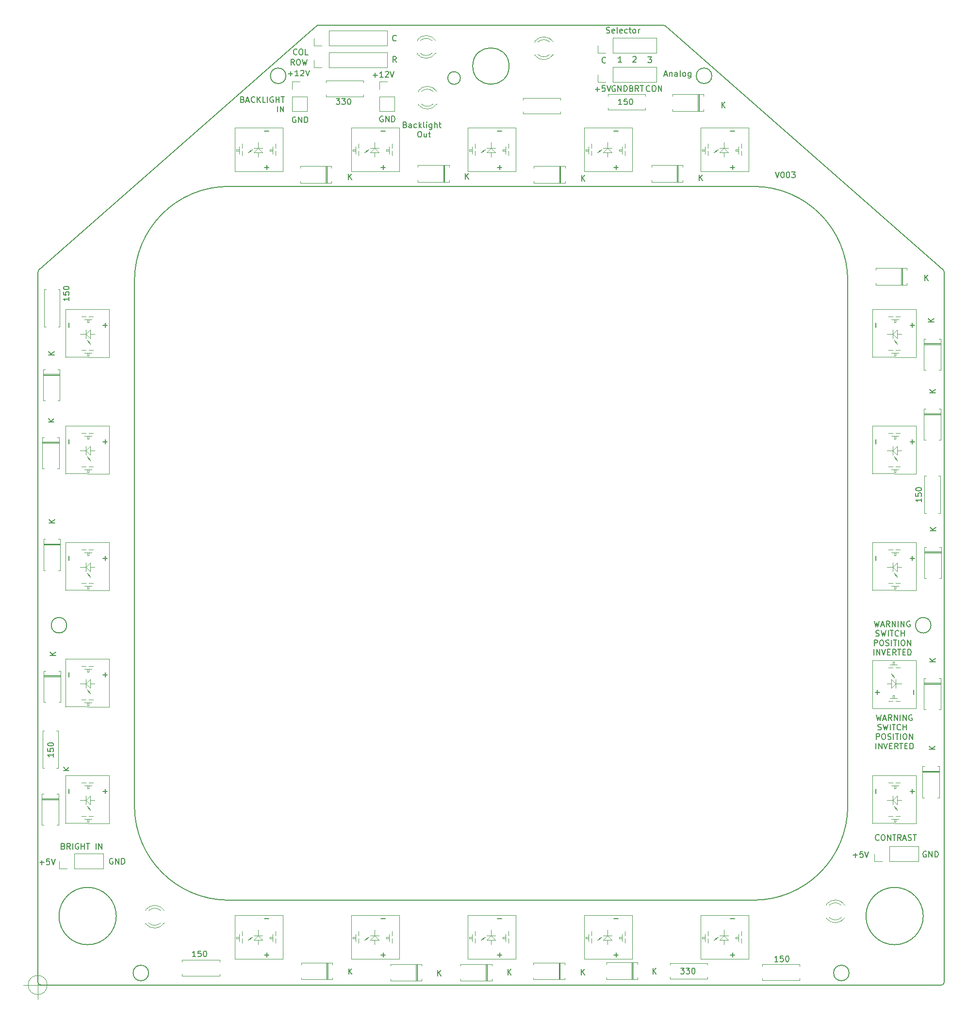
<source format=gbr>
G04 #@! TF.GenerationSoftware,KiCad,Pcbnew,(5.1.5-0-10_14)*
G04 #@! TF.CreationDate,2021-11-28T09:12:12+10:00*
G04 #@! TF.ProjectId,Buttons_DDI,42757474-6f6e-4735-9f44-44492e6b6963,rev?*
G04 #@! TF.SameCoordinates,Original*
G04 #@! TF.FileFunction,Legend,Top*
G04 #@! TF.FilePolarity,Positive*
%FSLAX46Y46*%
G04 Gerber Fmt 4.6, Leading zero omitted, Abs format (unit mm)*
G04 Created by KiCad (PCBNEW (5.1.5-0-10_14)) date 2021-11-28 09:12:12*
%MOMM*%
%LPD*%
G04 APERTURE LIST*
%ADD10C,0.150000*%
%ADD11C,0.200000*%
%ADD12C,0.100000*%
%ADD13C,0.120000*%
G04 APERTURE END LIST*
D10*
X159547085Y-153893828D02*
X160308990Y-153893828D01*
X159928038Y-154274780D02*
X159928038Y-153512876D01*
X161261371Y-153274780D02*
X160785180Y-153274780D01*
X160737561Y-153750971D01*
X160785180Y-153703352D01*
X160880419Y-153655733D01*
X161118514Y-153655733D01*
X161213752Y-153703352D01*
X161261371Y-153750971D01*
X161308990Y-153846209D01*
X161308990Y-154084304D01*
X161261371Y-154179542D01*
X161213752Y-154227161D01*
X161118514Y-154274780D01*
X160880419Y-154274780D01*
X160785180Y-154227161D01*
X160737561Y-154179542D01*
X161594704Y-153274780D02*
X161928038Y-154274780D01*
X162261371Y-153274780D01*
X172313695Y-153271600D02*
X172218457Y-153223980D01*
X172075600Y-153223980D01*
X171932742Y-153271600D01*
X171837504Y-153366838D01*
X171789885Y-153462076D01*
X171742266Y-153652552D01*
X171742266Y-153795409D01*
X171789885Y-153985885D01*
X171837504Y-154081123D01*
X171932742Y-154176361D01*
X172075600Y-154223980D01*
X172170838Y-154223980D01*
X172313695Y-154176361D01*
X172361314Y-154128742D01*
X172361314Y-153795409D01*
X172170838Y-153795409D01*
X172789885Y-154223980D02*
X172789885Y-153223980D01*
X173361314Y-154223980D01*
X173361314Y-153223980D01*
X173837504Y-154223980D02*
X173837504Y-153223980D01*
X174075600Y-153223980D01*
X174218457Y-153271600D01*
X174313695Y-153366838D01*
X174361314Y-153462076D01*
X174408933Y-153652552D01*
X174408933Y-153795409D01*
X174361314Y-153985885D01*
X174313695Y-154081123D01*
X174218457Y-154176361D01*
X174075600Y-154223980D01*
X173837504Y-154223980D01*
X163277942Y-113055380D02*
X163516038Y-114055380D01*
X163706514Y-113341095D01*
X163896990Y-114055380D01*
X164135085Y-113055380D01*
X164468419Y-113769666D02*
X164944609Y-113769666D01*
X164373180Y-114055380D02*
X164706514Y-113055380D01*
X165039847Y-114055380D01*
X165944609Y-114055380D02*
X165611276Y-113579190D01*
X165373180Y-114055380D02*
X165373180Y-113055380D01*
X165754133Y-113055380D01*
X165849371Y-113103000D01*
X165896990Y-113150619D01*
X165944609Y-113245857D01*
X165944609Y-113388714D01*
X165896990Y-113483952D01*
X165849371Y-113531571D01*
X165754133Y-113579190D01*
X165373180Y-113579190D01*
X166373180Y-114055380D02*
X166373180Y-113055380D01*
X166944609Y-114055380D01*
X166944609Y-113055380D01*
X167420800Y-114055380D02*
X167420800Y-113055380D01*
X167896990Y-114055380D02*
X167896990Y-113055380D01*
X168468419Y-114055380D01*
X168468419Y-113055380D01*
X169468419Y-113103000D02*
X169373180Y-113055380D01*
X169230323Y-113055380D01*
X169087466Y-113103000D01*
X168992228Y-113198238D01*
X168944609Y-113293476D01*
X168896990Y-113483952D01*
X168896990Y-113626809D01*
X168944609Y-113817285D01*
X168992228Y-113912523D01*
X169087466Y-114007761D01*
X169230323Y-114055380D01*
X169325561Y-114055380D01*
X169468419Y-114007761D01*
X169516038Y-113960142D01*
X169516038Y-113626809D01*
X169325561Y-113626809D01*
X163539847Y-115657761D02*
X163682704Y-115705380D01*
X163920800Y-115705380D01*
X164016038Y-115657761D01*
X164063657Y-115610142D01*
X164111276Y-115514904D01*
X164111276Y-115419666D01*
X164063657Y-115324428D01*
X164016038Y-115276809D01*
X163920800Y-115229190D01*
X163730323Y-115181571D01*
X163635085Y-115133952D01*
X163587466Y-115086333D01*
X163539847Y-114991095D01*
X163539847Y-114895857D01*
X163587466Y-114800619D01*
X163635085Y-114753000D01*
X163730323Y-114705380D01*
X163968419Y-114705380D01*
X164111276Y-114753000D01*
X164444609Y-114705380D02*
X164682704Y-115705380D01*
X164873180Y-114991095D01*
X165063657Y-115705380D01*
X165301752Y-114705380D01*
X165682704Y-115705380D02*
X165682704Y-114705380D01*
X166016038Y-114705380D02*
X166587466Y-114705380D01*
X166301752Y-115705380D02*
X166301752Y-114705380D01*
X167492228Y-115610142D02*
X167444609Y-115657761D01*
X167301752Y-115705380D01*
X167206514Y-115705380D01*
X167063657Y-115657761D01*
X166968419Y-115562523D01*
X166920800Y-115467285D01*
X166873180Y-115276809D01*
X166873180Y-115133952D01*
X166920800Y-114943476D01*
X166968419Y-114848238D01*
X167063657Y-114753000D01*
X167206514Y-114705380D01*
X167301752Y-114705380D01*
X167444609Y-114753000D01*
X167492228Y-114800619D01*
X167920800Y-115705380D02*
X167920800Y-114705380D01*
X167920800Y-115181571D02*
X168492228Y-115181571D01*
X168492228Y-115705380D02*
X168492228Y-114705380D01*
X163254133Y-117355380D02*
X163254133Y-116355380D01*
X163635085Y-116355380D01*
X163730323Y-116403000D01*
X163777942Y-116450619D01*
X163825561Y-116545857D01*
X163825561Y-116688714D01*
X163777942Y-116783952D01*
X163730323Y-116831571D01*
X163635085Y-116879190D01*
X163254133Y-116879190D01*
X164444609Y-116355380D02*
X164635085Y-116355380D01*
X164730323Y-116403000D01*
X164825561Y-116498238D01*
X164873180Y-116688714D01*
X164873180Y-117022047D01*
X164825561Y-117212523D01*
X164730323Y-117307761D01*
X164635085Y-117355380D01*
X164444609Y-117355380D01*
X164349371Y-117307761D01*
X164254133Y-117212523D01*
X164206514Y-117022047D01*
X164206514Y-116688714D01*
X164254133Y-116498238D01*
X164349371Y-116403000D01*
X164444609Y-116355380D01*
X165254133Y-117307761D02*
X165396990Y-117355380D01*
X165635085Y-117355380D01*
X165730323Y-117307761D01*
X165777942Y-117260142D01*
X165825561Y-117164904D01*
X165825561Y-117069666D01*
X165777942Y-116974428D01*
X165730323Y-116926809D01*
X165635085Y-116879190D01*
X165444609Y-116831571D01*
X165349371Y-116783952D01*
X165301752Y-116736333D01*
X165254133Y-116641095D01*
X165254133Y-116545857D01*
X165301752Y-116450619D01*
X165349371Y-116403000D01*
X165444609Y-116355380D01*
X165682704Y-116355380D01*
X165825561Y-116403000D01*
X166254133Y-117355380D02*
X166254133Y-116355380D01*
X166587466Y-116355380D02*
X167158895Y-116355380D01*
X166873180Y-117355380D02*
X166873180Y-116355380D01*
X167492228Y-117355380D02*
X167492228Y-116355380D01*
X168158895Y-116355380D02*
X168349371Y-116355380D01*
X168444609Y-116403000D01*
X168539847Y-116498238D01*
X168587466Y-116688714D01*
X168587466Y-117022047D01*
X168539847Y-117212523D01*
X168444609Y-117307761D01*
X168349371Y-117355380D01*
X168158895Y-117355380D01*
X168063657Y-117307761D01*
X167968419Y-117212523D01*
X167920800Y-117022047D01*
X167920800Y-116688714D01*
X167968419Y-116498238D01*
X168063657Y-116403000D01*
X168158895Y-116355380D01*
X169016038Y-117355380D02*
X169016038Y-116355380D01*
X169587466Y-117355380D01*
X169587466Y-116355380D01*
X163182704Y-119005380D02*
X163182704Y-118005380D01*
X163658895Y-119005380D02*
X163658895Y-118005380D01*
X164230323Y-119005380D01*
X164230323Y-118005380D01*
X164563657Y-118005380D02*
X164896990Y-119005380D01*
X165230323Y-118005380D01*
X165563657Y-118481571D02*
X165896990Y-118481571D01*
X166039847Y-119005380D02*
X165563657Y-119005380D01*
X165563657Y-118005380D01*
X166039847Y-118005380D01*
X167039847Y-119005380D02*
X166706514Y-118529190D01*
X166468419Y-119005380D02*
X166468419Y-118005380D01*
X166849371Y-118005380D01*
X166944609Y-118053000D01*
X166992228Y-118100619D01*
X167039847Y-118195857D01*
X167039847Y-118338714D01*
X166992228Y-118433952D01*
X166944609Y-118481571D01*
X166849371Y-118529190D01*
X166468419Y-118529190D01*
X167325561Y-118005380D02*
X167896990Y-118005380D01*
X167611276Y-119005380D02*
X167611276Y-118005380D01*
X168230323Y-118481571D02*
X168563657Y-118481571D01*
X168706514Y-119005380D02*
X168230323Y-119005380D01*
X168230323Y-118005380D01*
X168706514Y-118005380D01*
X169135085Y-119005380D02*
X169135085Y-118005380D01*
X169373180Y-118005380D01*
X169516038Y-118053000D01*
X169611276Y-118148238D01*
X169658895Y-118243476D01*
X169706514Y-118433952D01*
X169706514Y-118576809D01*
X169658895Y-118767285D01*
X169611276Y-118862523D01*
X169516038Y-118957761D01*
X169373180Y-119005380D01*
X169135085Y-119005380D01*
X163633542Y-129412980D02*
X163871638Y-130412980D01*
X164062114Y-129698695D01*
X164252590Y-130412980D01*
X164490685Y-129412980D01*
X164824019Y-130127266D02*
X165300209Y-130127266D01*
X164728780Y-130412980D02*
X165062114Y-129412980D01*
X165395447Y-130412980D01*
X166300209Y-130412980D02*
X165966876Y-129936790D01*
X165728780Y-130412980D02*
X165728780Y-129412980D01*
X166109733Y-129412980D01*
X166204971Y-129460600D01*
X166252590Y-129508219D01*
X166300209Y-129603457D01*
X166300209Y-129746314D01*
X166252590Y-129841552D01*
X166204971Y-129889171D01*
X166109733Y-129936790D01*
X165728780Y-129936790D01*
X166728780Y-130412980D02*
X166728780Y-129412980D01*
X167300209Y-130412980D01*
X167300209Y-129412980D01*
X167776400Y-130412980D02*
X167776400Y-129412980D01*
X168252590Y-130412980D02*
X168252590Y-129412980D01*
X168824019Y-130412980D01*
X168824019Y-129412980D01*
X169824019Y-129460600D02*
X169728780Y-129412980D01*
X169585923Y-129412980D01*
X169443066Y-129460600D01*
X169347828Y-129555838D01*
X169300209Y-129651076D01*
X169252590Y-129841552D01*
X169252590Y-129984409D01*
X169300209Y-130174885D01*
X169347828Y-130270123D01*
X169443066Y-130365361D01*
X169585923Y-130412980D01*
X169681161Y-130412980D01*
X169824019Y-130365361D01*
X169871638Y-130317742D01*
X169871638Y-129984409D01*
X169681161Y-129984409D01*
X163895447Y-132015361D02*
X164038304Y-132062980D01*
X164276400Y-132062980D01*
X164371638Y-132015361D01*
X164419257Y-131967742D01*
X164466876Y-131872504D01*
X164466876Y-131777266D01*
X164419257Y-131682028D01*
X164371638Y-131634409D01*
X164276400Y-131586790D01*
X164085923Y-131539171D01*
X163990685Y-131491552D01*
X163943066Y-131443933D01*
X163895447Y-131348695D01*
X163895447Y-131253457D01*
X163943066Y-131158219D01*
X163990685Y-131110600D01*
X164085923Y-131062980D01*
X164324019Y-131062980D01*
X164466876Y-131110600D01*
X164800209Y-131062980D02*
X165038304Y-132062980D01*
X165228780Y-131348695D01*
X165419257Y-132062980D01*
X165657352Y-131062980D01*
X166038304Y-132062980D02*
X166038304Y-131062980D01*
X166371638Y-131062980D02*
X166943066Y-131062980D01*
X166657352Y-132062980D02*
X166657352Y-131062980D01*
X167847828Y-131967742D02*
X167800209Y-132015361D01*
X167657352Y-132062980D01*
X167562114Y-132062980D01*
X167419257Y-132015361D01*
X167324019Y-131920123D01*
X167276400Y-131824885D01*
X167228780Y-131634409D01*
X167228780Y-131491552D01*
X167276400Y-131301076D01*
X167324019Y-131205838D01*
X167419257Y-131110600D01*
X167562114Y-131062980D01*
X167657352Y-131062980D01*
X167800209Y-131110600D01*
X167847828Y-131158219D01*
X168276400Y-132062980D02*
X168276400Y-131062980D01*
X168276400Y-131539171D02*
X168847828Y-131539171D01*
X168847828Y-132062980D02*
X168847828Y-131062980D01*
X163609733Y-133712980D02*
X163609733Y-132712980D01*
X163990685Y-132712980D01*
X164085923Y-132760600D01*
X164133542Y-132808219D01*
X164181161Y-132903457D01*
X164181161Y-133046314D01*
X164133542Y-133141552D01*
X164085923Y-133189171D01*
X163990685Y-133236790D01*
X163609733Y-133236790D01*
X164800209Y-132712980D02*
X164990685Y-132712980D01*
X165085923Y-132760600D01*
X165181161Y-132855838D01*
X165228780Y-133046314D01*
X165228780Y-133379647D01*
X165181161Y-133570123D01*
X165085923Y-133665361D01*
X164990685Y-133712980D01*
X164800209Y-133712980D01*
X164704971Y-133665361D01*
X164609733Y-133570123D01*
X164562114Y-133379647D01*
X164562114Y-133046314D01*
X164609733Y-132855838D01*
X164704971Y-132760600D01*
X164800209Y-132712980D01*
X165609733Y-133665361D02*
X165752590Y-133712980D01*
X165990685Y-133712980D01*
X166085923Y-133665361D01*
X166133542Y-133617742D01*
X166181161Y-133522504D01*
X166181161Y-133427266D01*
X166133542Y-133332028D01*
X166085923Y-133284409D01*
X165990685Y-133236790D01*
X165800209Y-133189171D01*
X165704971Y-133141552D01*
X165657352Y-133093933D01*
X165609733Y-132998695D01*
X165609733Y-132903457D01*
X165657352Y-132808219D01*
X165704971Y-132760600D01*
X165800209Y-132712980D01*
X166038304Y-132712980D01*
X166181161Y-132760600D01*
X166609733Y-133712980D02*
X166609733Y-132712980D01*
X166943066Y-132712980D02*
X167514495Y-132712980D01*
X167228780Y-133712980D02*
X167228780Y-132712980D01*
X167847828Y-133712980D02*
X167847828Y-132712980D01*
X168514495Y-132712980D02*
X168704971Y-132712980D01*
X168800209Y-132760600D01*
X168895447Y-132855838D01*
X168943066Y-133046314D01*
X168943066Y-133379647D01*
X168895447Y-133570123D01*
X168800209Y-133665361D01*
X168704971Y-133712980D01*
X168514495Y-133712980D01*
X168419257Y-133665361D01*
X168324019Y-133570123D01*
X168276400Y-133379647D01*
X168276400Y-133046314D01*
X168324019Y-132855838D01*
X168419257Y-132760600D01*
X168514495Y-132712980D01*
X169371638Y-133712980D02*
X169371638Y-132712980D01*
X169943066Y-133712980D01*
X169943066Y-132712980D01*
X163538304Y-135362980D02*
X163538304Y-134362980D01*
X164014495Y-135362980D02*
X164014495Y-134362980D01*
X164585923Y-135362980D01*
X164585923Y-134362980D01*
X164919257Y-134362980D02*
X165252590Y-135362980D01*
X165585923Y-134362980D01*
X165919257Y-134839171D02*
X166252590Y-134839171D01*
X166395447Y-135362980D02*
X165919257Y-135362980D01*
X165919257Y-134362980D01*
X166395447Y-134362980D01*
X167395447Y-135362980D02*
X167062114Y-134886790D01*
X166824019Y-135362980D02*
X166824019Y-134362980D01*
X167204971Y-134362980D01*
X167300209Y-134410600D01*
X167347828Y-134458219D01*
X167395447Y-134553457D01*
X167395447Y-134696314D01*
X167347828Y-134791552D01*
X167300209Y-134839171D01*
X167204971Y-134886790D01*
X166824019Y-134886790D01*
X167681161Y-134362980D02*
X168252590Y-134362980D01*
X167966876Y-135362980D02*
X167966876Y-134362980D01*
X168585923Y-134839171D02*
X168919257Y-134839171D01*
X169062114Y-135362980D02*
X168585923Y-135362980D01*
X168585923Y-134362980D01*
X169062114Y-134362980D01*
X169490685Y-135362980D02*
X169490685Y-134362980D01*
X169728780Y-134362980D01*
X169871638Y-134410600D01*
X169966876Y-134505838D01*
X170014495Y-134601076D01*
X170062114Y-134791552D01*
X170062114Y-134934409D01*
X170014495Y-135124885D01*
X169966876Y-135220123D01*
X169871638Y-135315361D01*
X169728780Y-135362980D01*
X169490685Y-135362980D01*
D11*
X91030675Y-18376300D02*
G75*
G03X91030675Y-18376300I-1100000J0D01*
G01*
X99531375Y-16288500D02*
G75*
G03X99531375Y-16288500I-3175000J0D01*
G01*
X126464426Y-9144000D02*
X66106369Y-9176498D01*
D10*
X171495980Y-91700266D02*
X171495980Y-92271695D01*
X171495980Y-91985980D02*
X170495980Y-91985980D01*
X170638838Y-92081219D01*
X170734076Y-92176457D01*
X170781695Y-92271695D01*
X170495980Y-90795504D02*
X170495980Y-91271695D01*
X170972171Y-91319314D01*
X170924552Y-91271695D01*
X170876933Y-91176457D01*
X170876933Y-90938361D01*
X170924552Y-90843123D01*
X170972171Y-90795504D01*
X171067409Y-90747885D01*
X171305504Y-90747885D01*
X171400742Y-90795504D01*
X171448361Y-90843123D01*
X171495980Y-90938361D01*
X171495980Y-91176457D01*
X171448361Y-91271695D01*
X171400742Y-91319314D01*
X170495980Y-90128838D02*
X170495980Y-90033600D01*
X170543600Y-89938361D01*
X170591219Y-89890742D01*
X170686457Y-89843123D01*
X170876933Y-89795504D01*
X171115028Y-89795504D01*
X171305504Y-89843123D01*
X171400742Y-89890742D01*
X171448361Y-89938361D01*
X171495980Y-90033600D01*
X171495980Y-90128838D01*
X171448361Y-90224076D01*
X171400742Y-90271695D01*
X171305504Y-90319314D01*
X171115028Y-90366933D01*
X170876933Y-90366933D01*
X170686457Y-90319314D01*
X170591219Y-90271695D01*
X170543600Y-90224076D01*
X170495980Y-90128838D01*
X22753580Y-56597466D02*
X22753580Y-57168895D01*
X22753580Y-56883180D02*
X21753580Y-56883180D01*
X21896438Y-56978419D01*
X21991676Y-57073657D01*
X22039295Y-57168895D01*
X21753580Y-55692704D02*
X21753580Y-56168895D01*
X22229771Y-56216514D01*
X22182152Y-56168895D01*
X22134533Y-56073657D01*
X22134533Y-55835561D01*
X22182152Y-55740323D01*
X22229771Y-55692704D01*
X22325009Y-55645085D01*
X22563104Y-55645085D01*
X22658342Y-55692704D01*
X22705961Y-55740323D01*
X22753580Y-55835561D01*
X22753580Y-56073657D01*
X22705961Y-56168895D01*
X22658342Y-56216514D01*
X21753580Y-55026038D02*
X21753580Y-54930800D01*
X21801200Y-54835561D01*
X21848819Y-54787942D01*
X21944057Y-54740323D01*
X22134533Y-54692704D01*
X22372628Y-54692704D01*
X22563104Y-54740323D01*
X22658342Y-54787942D01*
X22705961Y-54835561D01*
X22753580Y-54930800D01*
X22753580Y-55026038D01*
X22705961Y-55121276D01*
X22658342Y-55168895D01*
X22563104Y-55216514D01*
X22372628Y-55264133D01*
X22134533Y-55264133D01*
X21944057Y-55216514D01*
X21848819Y-55168895D01*
X21801200Y-55121276D01*
X21753580Y-55026038D01*
X20034380Y-136176666D02*
X20034380Y-136748095D01*
X20034380Y-136462380D02*
X19034380Y-136462380D01*
X19177238Y-136557619D01*
X19272476Y-136652857D01*
X19320095Y-136748095D01*
X19034380Y-135271904D02*
X19034380Y-135748095D01*
X19510571Y-135795714D01*
X19462952Y-135748095D01*
X19415333Y-135652857D01*
X19415333Y-135414761D01*
X19462952Y-135319523D01*
X19510571Y-135271904D01*
X19605809Y-135224285D01*
X19843904Y-135224285D01*
X19939142Y-135271904D01*
X19986761Y-135319523D01*
X20034380Y-135414761D01*
X20034380Y-135652857D01*
X19986761Y-135748095D01*
X19939142Y-135795714D01*
X19034380Y-134605238D02*
X19034380Y-134510000D01*
X19082000Y-134414761D01*
X19129619Y-134367142D01*
X19224857Y-134319523D01*
X19415333Y-134271904D01*
X19653428Y-134271904D01*
X19843904Y-134319523D01*
X19939142Y-134367142D01*
X19986761Y-134414761D01*
X20034380Y-134510000D01*
X20034380Y-134605238D01*
X19986761Y-134700476D01*
X19939142Y-134748095D01*
X19843904Y-134795714D01*
X19653428Y-134843333D01*
X19415333Y-134843333D01*
X19224857Y-134795714D01*
X19129619Y-134748095D01*
X19082000Y-134700476D01*
X19034380Y-134605238D01*
X44850133Y-171597580D02*
X44278704Y-171597580D01*
X44564419Y-171597580D02*
X44564419Y-170597580D01*
X44469180Y-170740438D01*
X44373942Y-170835676D01*
X44278704Y-170883295D01*
X45754895Y-170597580D02*
X45278704Y-170597580D01*
X45231085Y-171073771D01*
X45278704Y-171026152D01*
X45373942Y-170978533D01*
X45612038Y-170978533D01*
X45707276Y-171026152D01*
X45754895Y-171073771D01*
X45802514Y-171169009D01*
X45802514Y-171407104D01*
X45754895Y-171502342D01*
X45707276Y-171549961D01*
X45612038Y-171597580D01*
X45373942Y-171597580D01*
X45278704Y-171549961D01*
X45231085Y-171502342D01*
X46421561Y-170597580D02*
X46516800Y-170597580D01*
X46612038Y-170645200D01*
X46659657Y-170692819D01*
X46707276Y-170788057D01*
X46754895Y-170978533D01*
X46754895Y-171216628D01*
X46707276Y-171407104D01*
X46659657Y-171502342D01*
X46612038Y-171549961D01*
X46516800Y-171597580D01*
X46421561Y-171597580D01*
X46326323Y-171549961D01*
X46278704Y-171502342D01*
X46231085Y-171407104D01*
X46183466Y-171216628D01*
X46183466Y-170978533D01*
X46231085Y-170788057D01*
X46278704Y-170692819D01*
X46326323Y-170645200D01*
X46421561Y-170597580D01*
X119195333Y-23002380D02*
X118623904Y-23002380D01*
X118909619Y-23002380D02*
X118909619Y-22002380D01*
X118814380Y-22145238D01*
X118719142Y-22240476D01*
X118623904Y-22288095D01*
X120100095Y-22002380D02*
X119623904Y-22002380D01*
X119576285Y-22478571D01*
X119623904Y-22430952D01*
X119719142Y-22383333D01*
X119957238Y-22383333D01*
X120052476Y-22430952D01*
X120100095Y-22478571D01*
X120147714Y-22573809D01*
X120147714Y-22811904D01*
X120100095Y-22907142D01*
X120052476Y-22954761D01*
X119957238Y-23002380D01*
X119719142Y-23002380D01*
X119623904Y-22954761D01*
X119576285Y-22907142D01*
X120766761Y-22002380D02*
X120862000Y-22002380D01*
X120957238Y-22050000D01*
X121004857Y-22097619D01*
X121052476Y-22192857D01*
X121100095Y-22383333D01*
X121100095Y-22621428D01*
X121052476Y-22811904D01*
X121004857Y-22907142D01*
X120957238Y-22954761D01*
X120862000Y-23002380D01*
X120766761Y-23002380D01*
X120671523Y-22954761D01*
X120623904Y-22907142D01*
X120576285Y-22811904D01*
X120528666Y-22621428D01*
X120528666Y-22383333D01*
X120576285Y-22192857D01*
X120623904Y-22097619D01*
X120671523Y-22050000D01*
X120766761Y-22002380D01*
X69377085Y-21956780D02*
X69996133Y-21956780D01*
X69662800Y-22337733D01*
X69805657Y-22337733D01*
X69900895Y-22385352D01*
X69948514Y-22432971D01*
X69996133Y-22528209D01*
X69996133Y-22766304D01*
X69948514Y-22861542D01*
X69900895Y-22909161D01*
X69805657Y-22956780D01*
X69519942Y-22956780D01*
X69424704Y-22909161D01*
X69377085Y-22861542D01*
X70329466Y-21956780D02*
X70948514Y-21956780D01*
X70615180Y-22337733D01*
X70758038Y-22337733D01*
X70853276Y-22385352D01*
X70900895Y-22432971D01*
X70948514Y-22528209D01*
X70948514Y-22766304D01*
X70900895Y-22861542D01*
X70853276Y-22909161D01*
X70758038Y-22956780D01*
X70472323Y-22956780D01*
X70377085Y-22909161D01*
X70329466Y-22861542D01*
X71567561Y-21956780D02*
X71662800Y-21956780D01*
X71758038Y-22004400D01*
X71805657Y-22052019D01*
X71853276Y-22147257D01*
X71900895Y-22337733D01*
X71900895Y-22575828D01*
X71853276Y-22766304D01*
X71805657Y-22861542D01*
X71758038Y-22909161D01*
X71662800Y-22956780D01*
X71567561Y-22956780D01*
X71472323Y-22909161D01*
X71424704Y-22861542D01*
X71377085Y-22766304D01*
X71329466Y-22575828D01*
X71329466Y-22337733D01*
X71377085Y-22147257D01*
X71424704Y-22052019D01*
X71472323Y-22004400D01*
X71567561Y-21956780D01*
X146450133Y-172461180D02*
X145878704Y-172461180D01*
X146164419Y-172461180D02*
X146164419Y-171461180D01*
X146069180Y-171604038D01*
X145973942Y-171699276D01*
X145878704Y-171746895D01*
X147354895Y-171461180D02*
X146878704Y-171461180D01*
X146831085Y-171937371D01*
X146878704Y-171889752D01*
X146973942Y-171842133D01*
X147212038Y-171842133D01*
X147307276Y-171889752D01*
X147354895Y-171937371D01*
X147402514Y-172032609D01*
X147402514Y-172270704D01*
X147354895Y-172365942D01*
X147307276Y-172413561D01*
X147212038Y-172461180D01*
X146973942Y-172461180D01*
X146878704Y-172413561D01*
X146831085Y-172365942D01*
X148021561Y-171461180D02*
X148116800Y-171461180D01*
X148212038Y-171508800D01*
X148259657Y-171556419D01*
X148307276Y-171651657D01*
X148354895Y-171842133D01*
X148354895Y-172080228D01*
X148307276Y-172270704D01*
X148259657Y-172365942D01*
X148212038Y-172413561D01*
X148116800Y-172461180D01*
X148021561Y-172461180D01*
X147926323Y-172413561D01*
X147878704Y-172365942D01*
X147831085Y-172270704D01*
X147783466Y-172080228D01*
X147783466Y-171842133D01*
X147831085Y-171651657D01*
X147878704Y-171556419D01*
X147926323Y-171508800D01*
X148021561Y-171461180D01*
X129456285Y-173582380D02*
X130075333Y-173582380D01*
X129742000Y-173963333D01*
X129884857Y-173963333D01*
X129980095Y-174010952D01*
X130027714Y-174058571D01*
X130075333Y-174153809D01*
X130075333Y-174391904D01*
X130027714Y-174487142D01*
X129980095Y-174534761D01*
X129884857Y-174582380D01*
X129599142Y-174582380D01*
X129503904Y-174534761D01*
X129456285Y-174487142D01*
X130408666Y-173582380D02*
X131027714Y-173582380D01*
X130694380Y-173963333D01*
X130837238Y-173963333D01*
X130932476Y-174010952D01*
X130980095Y-174058571D01*
X131027714Y-174153809D01*
X131027714Y-174391904D01*
X130980095Y-174487142D01*
X130932476Y-174534761D01*
X130837238Y-174582380D01*
X130551523Y-174582380D01*
X130456285Y-174534761D01*
X130408666Y-174487142D01*
X131646761Y-173582380D02*
X131742000Y-173582380D01*
X131837238Y-173630000D01*
X131884857Y-173677619D01*
X131932476Y-173772857D01*
X131980095Y-173963333D01*
X131980095Y-174201428D01*
X131932476Y-174391904D01*
X131884857Y-174487142D01*
X131837238Y-174534761D01*
X131742000Y-174582380D01*
X131646761Y-174582380D01*
X131551523Y-174534761D01*
X131503904Y-174487142D01*
X131456285Y-174391904D01*
X131408666Y-174201428D01*
X131408666Y-173963333D01*
X131456285Y-173772857D01*
X131503904Y-173677619D01*
X131551523Y-173630000D01*
X131646761Y-173582380D01*
X164077238Y-151207142D02*
X164029619Y-151254761D01*
X163886761Y-151302380D01*
X163791523Y-151302380D01*
X163648666Y-151254761D01*
X163553428Y-151159523D01*
X163505809Y-151064285D01*
X163458190Y-150873809D01*
X163458190Y-150730952D01*
X163505809Y-150540476D01*
X163553428Y-150445238D01*
X163648666Y-150350000D01*
X163791523Y-150302380D01*
X163886761Y-150302380D01*
X164029619Y-150350000D01*
X164077238Y-150397619D01*
X164696285Y-150302380D02*
X164886761Y-150302380D01*
X164982000Y-150350000D01*
X165077238Y-150445238D01*
X165124857Y-150635714D01*
X165124857Y-150969047D01*
X165077238Y-151159523D01*
X164982000Y-151254761D01*
X164886761Y-151302380D01*
X164696285Y-151302380D01*
X164601047Y-151254761D01*
X164505809Y-151159523D01*
X164458190Y-150969047D01*
X164458190Y-150635714D01*
X164505809Y-150445238D01*
X164601047Y-150350000D01*
X164696285Y-150302380D01*
X165553428Y-151302380D02*
X165553428Y-150302380D01*
X166124857Y-151302380D01*
X166124857Y-150302380D01*
X166458190Y-150302380D02*
X167029619Y-150302380D01*
X166743904Y-151302380D02*
X166743904Y-150302380D01*
X167934380Y-151302380D02*
X167601047Y-150826190D01*
X167362952Y-151302380D02*
X167362952Y-150302380D01*
X167743904Y-150302380D01*
X167839142Y-150350000D01*
X167886761Y-150397619D01*
X167934380Y-150492857D01*
X167934380Y-150635714D01*
X167886761Y-150730952D01*
X167839142Y-150778571D01*
X167743904Y-150826190D01*
X167362952Y-150826190D01*
X168315333Y-151016666D02*
X168791523Y-151016666D01*
X168220095Y-151302380D02*
X168553428Y-150302380D01*
X168886761Y-151302380D01*
X169172476Y-151254761D02*
X169315333Y-151302380D01*
X169553428Y-151302380D01*
X169648666Y-151254761D01*
X169696285Y-151207142D01*
X169743904Y-151111904D01*
X169743904Y-151016666D01*
X169696285Y-150921428D01*
X169648666Y-150873809D01*
X169553428Y-150826190D01*
X169362952Y-150778571D01*
X169267714Y-150730952D01*
X169220095Y-150683333D01*
X169172476Y-150588095D01*
X169172476Y-150492857D01*
X169220095Y-150397619D01*
X169267714Y-150350000D01*
X169362952Y-150302380D01*
X169601047Y-150302380D01*
X169743904Y-150350000D01*
X170029619Y-150302380D02*
X170601047Y-150302380D01*
X170315333Y-151302380D02*
X170315333Y-150302380D01*
X21728514Y-152328571D02*
X21871371Y-152376190D01*
X21918990Y-152423809D01*
X21966609Y-152519047D01*
X21966609Y-152661904D01*
X21918990Y-152757142D01*
X21871371Y-152804761D01*
X21776133Y-152852380D01*
X21395180Y-152852380D01*
X21395180Y-151852380D01*
X21728514Y-151852380D01*
X21823752Y-151900000D01*
X21871371Y-151947619D01*
X21918990Y-152042857D01*
X21918990Y-152138095D01*
X21871371Y-152233333D01*
X21823752Y-152280952D01*
X21728514Y-152328571D01*
X21395180Y-152328571D01*
X22966609Y-152852380D02*
X22633276Y-152376190D01*
X22395180Y-152852380D02*
X22395180Y-151852380D01*
X22776133Y-151852380D01*
X22871371Y-151900000D01*
X22918990Y-151947619D01*
X22966609Y-152042857D01*
X22966609Y-152185714D01*
X22918990Y-152280952D01*
X22871371Y-152328571D01*
X22776133Y-152376190D01*
X22395180Y-152376190D01*
X23395180Y-152852380D02*
X23395180Y-151852380D01*
X24395180Y-151900000D02*
X24299942Y-151852380D01*
X24157085Y-151852380D01*
X24014228Y-151900000D01*
X23918990Y-151995238D01*
X23871371Y-152090476D01*
X23823752Y-152280952D01*
X23823752Y-152423809D01*
X23871371Y-152614285D01*
X23918990Y-152709523D01*
X24014228Y-152804761D01*
X24157085Y-152852380D01*
X24252323Y-152852380D01*
X24395180Y-152804761D01*
X24442800Y-152757142D01*
X24442800Y-152423809D01*
X24252323Y-152423809D01*
X24871371Y-152852380D02*
X24871371Y-151852380D01*
X24871371Y-152328571D02*
X25442800Y-152328571D01*
X25442800Y-152852380D02*
X25442800Y-151852380D01*
X25776133Y-151852380D02*
X26347561Y-151852380D01*
X26061847Y-152852380D02*
X26061847Y-151852380D01*
X27442800Y-152852380D02*
X27442800Y-151852380D01*
X27918990Y-152852380D02*
X27918990Y-151852380D01*
X28490419Y-152852380D01*
X28490419Y-151852380D01*
X30378495Y-154490800D02*
X30283257Y-154443180D01*
X30140400Y-154443180D01*
X29997542Y-154490800D01*
X29902304Y-154586038D01*
X29854685Y-154681276D01*
X29807066Y-154871752D01*
X29807066Y-155014609D01*
X29854685Y-155205085D01*
X29902304Y-155300323D01*
X29997542Y-155395561D01*
X30140400Y-155443180D01*
X30235638Y-155443180D01*
X30378495Y-155395561D01*
X30426114Y-155347942D01*
X30426114Y-155014609D01*
X30235638Y-155014609D01*
X30854685Y-155443180D02*
X30854685Y-154443180D01*
X31426114Y-155443180D01*
X31426114Y-154443180D01*
X31902304Y-155443180D02*
X31902304Y-154443180D01*
X32140400Y-154443180D01*
X32283257Y-154490800D01*
X32378495Y-154586038D01*
X32426114Y-154681276D01*
X32473733Y-154871752D01*
X32473733Y-155014609D01*
X32426114Y-155205085D01*
X32378495Y-155300323D01*
X32283257Y-155395561D01*
X32140400Y-155443180D01*
X31902304Y-155443180D01*
X17611885Y-155163828D02*
X18373790Y-155163828D01*
X17992838Y-155544780D02*
X17992838Y-154782876D01*
X19326171Y-154544780D02*
X18849980Y-154544780D01*
X18802361Y-155020971D01*
X18849980Y-154973352D01*
X18945219Y-154925733D01*
X19183314Y-154925733D01*
X19278552Y-154973352D01*
X19326171Y-155020971D01*
X19373790Y-155116209D01*
X19373790Y-155354304D01*
X19326171Y-155449542D01*
X19278552Y-155497161D01*
X19183314Y-155544780D01*
X18945219Y-155544780D01*
X18849980Y-155497161D01*
X18802361Y-155449542D01*
X19659504Y-154544780D02*
X19992838Y-155544780D01*
X20326171Y-154544780D01*
X62512952Y-14217142D02*
X62465333Y-14264761D01*
X62322476Y-14312380D01*
X62227238Y-14312380D01*
X62084380Y-14264761D01*
X61989142Y-14169523D01*
X61941523Y-14074285D01*
X61893904Y-13883809D01*
X61893904Y-13740952D01*
X61941523Y-13550476D01*
X61989142Y-13455238D01*
X62084380Y-13360000D01*
X62227238Y-13312380D01*
X62322476Y-13312380D01*
X62465333Y-13360000D01*
X62512952Y-13407619D01*
X63132000Y-13312380D02*
X63322476Y-13312380D01*
X63417714Y-13360000D01*
X63512952Y-13455238D01*
X63560571Y-13645714D01*
X63560571Y-13979047D01*
X63512952Y-14169523D01*
X63417714Y-14264761D01*
X63322476Y-14312380D01*
X63132000Y-14312380D01*
X63036761Y-14264761D01*
X62941523Y-14169523D01*
X62893904Y-13979047D01*
X62893904Y-13645714D01*
X62941523Y-13455238D01*
X63036761Y-13360000D01*
X63132000Y-13312380D01*
X64465333Y-14312380D02*
X63989142Y-14312380D01*
X63989142Y-13312380D01*
X62056285Y-16122380D02*
X61722952Y-15646190D01*
X61484857Y-16122380D02*
X61484857Y-15122380D01*
X61865809Y-15122380D01*
X61961047Y-15170000D01*
X62008666Y-15217619D01*
X62056285Y-15312857D01*
X62056285Y-15455714D01*
X62008666Y-15550952D01*
X61961047Y-15598571D01*
X61865809Y-15646190D01*
X61484857Y-15646190D01*
X62675333Y-15122380D02*
X62865809Y-15122380D01*
X62961047Y-15170000D01*
X63056285Y-15265238D01*
X63103904Y-15455714D01*
X63103904Y-15789047D01*
X63056285Y-15979523D01*
X62961047Y-16074761D01*
X62865809Y-16122380D01*
X62675333Y-16122380D01*
X62580095Y-16074761D01*
X62484857Y-15979523D01*
X62437238Y-15789047D01*
X62437238Y-15455714D01*
X62484857Y-15265238D01*
X62580095Y-15170000D01*
X62675333Y-15122380D01*
X63437238Y-15122380D02*
X63675333Y-16122380D01*
X63865809Y-15408095D01*
X64056285Y-16122380D01*
X64294380Y-15122380D01*
X61010095Y-17631428D02*
X61772000Y-17631428D01*
X61391047Y-18012380D02*
X61391047Y-17250476D01*
X62772000Y-18012380D02*
X62200571Y-18012380D01*
X62486285Y-18012380D02*
X62486285Y-17012380D01*
X62391047Y-17155238D01*
X62295809Y-17250476D01*
X62200571Y-17298095D01*
X63152952Y-17107619D02*
X63200571Y-17060000D01*
X63295809Y-17012380D01*
X63533904Y-17012380D01*
X63629142Y-17060000D01*
X63676761Y-17107619D01*
X63724380Y-17202857D01*
X63724380Y-17298095D01*
X63676761Y-17440952D01*
X63105333Y-18012380D01*
X63724380Y-18012380D01*
X64010095Y-17012380D02*
X64343428Y-18012380D01*
X64676761Y-17012380D01*
X75800095Y-17851428D02*
X76562000Y-17851428D01*
X76181047Y-18232380D02*
X76181047Y-17470476D01*
X77562000Y-18232380D02*
X76990571Y-18232380D01*
X77276285Y-18232380D02*
X77276285Y-17232380D01*
X77181047Y-17375238D01*
X77085809Y-17470476D01*
X76990571Y-17518095D01*
X77942952Y-17327619D02*
X77990571Y-17280000D01*
X78085809Y-17232380D01*
X78323904Y-17232380D01*
X78419142Y-17280000D01*
X78466761Y-17327619D01*
X78514380Y-17422857D01*
X78514380Y-17518095D01*
X78466761Y-17660952D01*
X77895333Y-18232380D01*
X78514380Y-18232380D01*
X78800095Y-17232380D02*
X79133428Y-18232380D01*
X79466761Y-17232380D01*
X79831523Y-15622380D02*
X79498190Y-15146190D01*
X79260095Y-15622380D02*
X79260095Y-14622380D01*
X79641047Y-14622380D01*
X79736285Y-14670000D01*
X79783904Y-14717619D01*
X79831523Y-14812857D01*
X79831523Y-14955714D01*
X79783904Y-15050952D01*
X79736285Y-15098571D01*
X79641047Y-15146190D01*
X79260095Y-15146190D01*
X79831523Y-11827142D02*
X79783904Y-11874761D01*
X79641047Y-11922380D01*
X79545809Y-11922380D01*
X79402952Y-11874761D01*
X79307714Y-11779523D01*
X79260095Y-11684285D01*
X79212476Y-11493809D01*
X79212476Y-11350952D01*
X79260095Y-11160476D01*
X79307714Y-11065238D01*
X79402952Y-10970000D01*
X79545809Y-10922380D01*
X79641047Y-10922380D01*
X79783904Y-10970000D01*
X79831523Y-11017619D01*
X77520095Y-25040000D02*
X77424857Y-24992380D01*
X77282000Y-24992380D01*
X77139142Y-25040000D01*
X77043904Y-25135238D01*
X76996285Y-25230476D01*
X76948666Y-25420952D01*
X76948666Y-25563809D01*
X76996285Y-25754285D01*
X77043904Y-25849523D01*
X77139142Y-25944761D01*
X77282000Y-25992380D01*
X77377238Y-25992380D01*
X77520095Y-25944761D01*
X77567714Y-25897142D01*
X77567714Y-25563809D01*
X77377238Y-25563809D01*
X77996285Y-25992380D02*
X77996285Y-24992380D01*
X78567714Y-25992380D01*
X78567714Y-24992380D01*
X79043904Y-25992380D02*
X79043904Y-24992380D01*
X79282000Y-24992380D01*
X79424857Y-25040000D01*
X79520095Y-25135238D01*
X79567714Y-25230476D01*
X79615333Y-25420952D01*
X79615333Y-25563809D01*
X79567714Y-25754285D01*
X79520095Y-25849523D01*
X79424857Y-25944761D01*
X79282000Y-25992380D01*
X79043904Y-25992380D01*
X62300095Y-25180000D02*
X62204857Y-25132380D01*
X62062000Y-25132380D01*
X61919142Y-25180000D01*
X61823904Y-25275238D01*
X61776285Y-25370476D01*
X61728666Y-25560952D01*
X61728666Y-25703809D01*
X61776285Y-25894285D01*
X61823904Y-25989523D01*
X61919142Y-26084761D01*
X62062000Y-26132380D01*
X62157238Y-26132380D01*
X62300095Y-26084761D01*
X62347714Y-26037142D01*
X62347714Y-25703809D01*
X62157238Y-25703809D01*
X62776285Y-26132380D02*
X62776285Y-25132380D01*
X63347714Y-26132380D01*
X63347714Y-25132380D01*
X63823904Y-26132380D02*
X63823904Y-25132380D01*
X64062000Y-25132380D01*
X64204857Y-25180000D01*
X64300095Y-25275238D01*
X64347714Y-25370476D01*
X64395333Y-25560952D01*
X64395333Y-25703809D01*
X64347714Y-25894285D01*
X64300095Y-25989523D01*
X64204857Y-26084761D01*
X64062000Y-26132380D01*
X63823904Y-26132380D01*
X53043547Y-22103571D02*
X53186404Y-22151190D01*
X53234023Y-22198809D01*
X53281642Y-22294047D01*
X53281642Y-22436904D01*
X53234023Y-22532142D01*
X53186404Y-22579761D01*
X53091166Y-22627380D01*
X52710214Y-22627380D01*
X52710214Y-21627380D01*
X53043547Y-21627380D01*
X53138785Y-21675000D01*
X53186404Y-21722619D01*
X53234023Y-21817857D01*
X53234023Y-21913095D01*
X53186404Y-22008333D01*
X53138785Y-22055952D01*
X53043547Y-22103571D01*
X52710214Y-22103571D01*
X53662595Y-22341666D02*
X54138785Y-22341666D01*
X53567357Y-22627380D02*
X53900690Y-21627380D01*
X54234023Y-22627380D01*
X55138785Y-22532142D02*
X55091166Y-22579761D01*
X54948309Y-22627380D01*
X54853071Y-22627380D01*
X54710214Y-22579761D01*
X54614976Y-22484523D01*
X54567357Y-22389285D01*
X54519738Y-22198809D01*
X54519738Y-22055952D01*
X54567357Y-21865476D01*
X54614976Y-21770238D01*
X54710214Y-21675000D01*
X54853071Y-21627380D01*
X54948309Y-21627380D01*
X55091166Y-21675000D01*
X55138785Y-21722619D01*
X55567357Y-22627380D02*
X55567357Y-21627380D01*
X56138785Y-22627380D02*
X55710214Y-22055952D01*
X56138785Y-21627380D02*
X55567357Y-22198809D01*
X57043547Y-22627380D02*
X56567357Y-22627380D01*
X56567357Y-21627380D01*
X57376880Y-22627380D02*
X57376880Y-21627380D01*
X58376880Y-21675000D02*
X58281642Y-21627380D01*
X58138785Y-21627380D01*
X57995928Y-21675000D01*
X57900690Y-21770238D01*
X57853071Y-21865476D01*
X57805452Y-22055952D01*
X57805452Y-22198809D01*
X57853071Y-22389285D01*
X57900690Y-22484523D01*
X57995928Y-22579761D01*
X58138785Y-22627380D01*
X58234023Y-22627380D01*
X58376880Y-22579761D01*
X58424500Y-22532142D01*
X58424500Y-22198809D01*
X58234023Y-22198809D01*
X58853071Y-22627380D02*
X58853071Y-21627380D01*
X58853071Y-22103571D02*
X59424500Y-22103571D01*
X59424500Y-22627380D02*
X59424500Y-21627380D01*
X59757833Y-21627380D02*
X60329261Y-21627380D01*
X60043547Y-22627380D02*
X60043547Y-21627380D01*
X59138785Y-24277380D02*
X59138785Y-23277380D01*
X59614976Y-24277380D02*
X59614976Y-23277380D01*
X60186404Y-24277380D01*
X60186404Y-23277380D01*
X124083904Y-20597142D02*
X124036285Y-20644761D01*
X123893428Y-20692380D01*
X123798190Y-20692380D01*
X123655333Y-20644761D01*
X123560095Y-20549523D01*
X123512476Y-20454285D01*
X123464857Y-20263809D01*
X123464857Y-20120952D01*
X123512476Y-19930476D01*
X123560095Y-19835238D01*
X123655333Y-19740000D01*
X123798190Y-19692380D01*
X123893428Y-19692380D01*
X124036285Y-19740000D01*
X124083904Y-19787619D01*
X124702952Y-19692380D02*
X124893428Y-19692380D01*
X124988666Y-19740000D01*
X125083904Y-19835238D01*
X125131523Y-20025714D01*
X125131523Y-20359047D01*
X125083904Y-20549523D01*
X124988666Y-20644761D01*
X124893428Y-20692380D01*
X124702952Y-20692380D01*
X124607714Y-20644761D01*
X124512476Y-20549523D01*
X124464857Y-20359047D01*
X124464857Y-20025714D01*
X124512476Y-19835238D01*
X124607714Y-19740000D01*
X124702952Y-19692380D01*
X125560095Y-20692380D02*
X125560095Y-19692380D01*
X126131523Y-20692380D01*
X126131523Y-19692380D01*
X120892476Y-20168571D02*
X121035333Y-20216190D01*
X121082952Y-20263809D01*
X121130571Y-20359047D01*
X121130571Y-20501904D01*
X121082952Y-20597142D01*
X121035333Y-20644761D01*
X120940095Y-20692380D01*
X120559142Y-20692380D01*
X120559142Y-19692380D01*
X120892476Y-19692380D01*
X120987714Y-19740000D01*
X121035333Y-19787619D01*
X121082952Y-19882857D01*
X121082952Y-19978095D01*
X121035333Y-20073333D01*
X120987714Y-20120952D01*
X120892476Y-20168571D01*
X120559142Y-20168571D01*
X122130571Y-20692380D02*
X121797238Y-20216190D01*
X121559142Y-20692380D02*
X121559142Y-19692380D01*
X121940095Y-19692380D01*
X122035333Y-19740000D01*
X122082952Y-19787619D01*
X122130571Y-19882857D01*
X122130571Y-20025714D01*
X122082952Y-20120952D01*
X122035333Y-20168571D01*
X121940095Y-20216190D01*
X121559142Y-20216190D01*
X122416285Y-19692380D02*
X122987714Y-19692380D01*
X122702000Y-20692380D02*
X122702000Y-19692380D01*
X118040095Y-19740000D02*
X117944857Y-19692380D01*
X117802000Y-19692380D01*
X117659142Y-19740000D01*
X117563904Y-19835238D01*
X117516285Y-19930476D01*
X117468666Y-20120952D01*
X117468666Y-20263809D01*
X117516285Y-20454285D01*
X117563904Y-20549523D01*
X117659142Y-20644761D01*
X117802000Y-20692380D01*
X117897238Y-20692380D01*
X118040095Y-20644761D01*
X118087714Y-20597142D01*
X118087714Y-20263809D01*
X117897238Y-20263809D01*
X118516285Y-20692380D02*
X118516285Y-19692380D01*
X119087714Y-20692380D01*
X119087714Y-19692380D01*
X119563904Y-20692380D02*
X119563904Y-19692380D01*
X119802000Y-19692380D01*
X119944857Y-19740000D01*
X120040095Y-19835238D01*
X120087714Y-19930476D01*
X120135333Y-20120952D01*
X120135333Y-20263809D01*
X120087714Y-20454285D01*
X120040095Y-20549523D01*
X119944857Y-20644761D01*
X119802000Y-20692380D01*
X119563904Y-20692380D01*
X114546285Y-20311428D02*
X115308190Y-20311428D01*
X114927238Y-20692380D02*
X114927238Y-19930476D01*
X116260571Y-19692380D02*
X115784380Y-19692380D01*
X115736761Y-20168571D01*
X115784380Y-20120952D01*
X115879619Y-20073333D01*
X116117714Y-20073333D01*
X116212952Y-20120952D01*
X116260571Y-20168571D01*
X116308190Y-20263809D01*
X116308190Y-20501904D01*
X116260571Y-20597142D01*
X116212952Y-20644761D01*
X116117714Y-20692380D01*
X115879619Y-20692380D01*
X115784380Y-20644761D01*
X115736761Y-20597142D01*
X116593904Y-19692380D02*
X116927238Y-20692380D01*
X117260571Y-19692380D01*
X123768666Y-14692380D02*
X124387714Y-14692380D01*
X124054380Y-15073333D01*
X124197238Y-15073333D01*
X124292476Y-15120952D01*
X124340095Y-15168571D01*
X124387714Y-15263809D01*
X124387714Y-15501904D01*
X124340095Y-15597142D01*
X124292476Y-15644761D01*
X124197238Y-15692380D01*
X123911523Y-15692380D01*
X123816285Y-15644761D01*
X123768666Y-15597142D01*
X121136285Y-14717619D02*
X121183904Y-14670000D01*
X121279142Y-14622380D01*
X121517238Y-14622380D01*
X121612476Y-14670000D01*
X121660095Y-14717619D01*
X121707714Y-14812857D01*
X121707714Y-14908095D01*
X121660095Y-15050952D01*
X121088666Y-15622380D01*
X121707714Y-15622380D01*
X119167714Y-15622380D02*
X118596285Y-15622380D01*
X118882000Y-15622380D02*
X118882000Y-14622380D01*
X118786761Y-14765238D01*
X118691523Y-14860476D01*
X118596285Y-14908095D01*
X116361523Y-15657142D02*
X116313904Y-15704761D01*
X116171047Y-15752380D01*
X116075809Y-15752380D01*
X115932952Y-15704761D01*
X115837714Y-15609523D01*
X115790095Y-15514285D01*
X115742476Y-15323809D01*
X115742476Y-15180952D01*
X115790095Y-14990476D01*
X115837714Y-14895238D01*
X115932952Y-14800000D01*
X116075809Y-14752380D01*
X116171047Y-14752380D01*
X116313904Y-14800000D01*
X116361523Y-14847619D01*
X126652476Y-17786666D02*
X127128666Y-17786666D01*
X126557238Y-18072380D02*
X126890571Y-17072380D01*
X127223904Y-18072380D01*
X127557238Y-17405714D02*
X127557238Y-18072380D01*
X127557238Y-17500952D02*
X127604857Y-17453333D01*
X127700095Y-17405714D01*
X127842952Y-17405714D01*
X127938190Y-17453333D01*
X127985809Y-17548571D01*
X127985809Y-18072380D01*
X128890571Y-18072380D02*
X128890571Y-17548571D01*
X128842952Y-17453333D01*
X128747714Y-17405714D01*
X128557238Y-17405714D01*
X128462000Y-17453333D01*
X128890571Y-18024761D02*
X128795333Y-18072380D01*
X128557238Y-18072380D01*
X128462000Y-18024761D01*
X128414380Y-17929523D01*
X128414380Y-17834285D01*
X128462000Y-17739047D01*
X128557238Y-17691428D01*
X128795333Y-17691428D01*
X128890571Y-17643809D01*
X129509619Y-18072380D02*
X129414380Y-18024761D01*
X129366761Y-17929523D01*
X129366761Y-17072380D01*
X130033428Y-18072380D02*
X129938190Y-18024761D01*
X129890571Y-17977142D01*
X129842952Y-17881904D01*
X129842952Y-17596190D01*
X129890571Y-17500952D01*
X129938190Y-17453333D01*
X130033428Y-17405714D01*
X130176285Y-17405714D01*
X130271523Y-17453333D01*
X130319142Y-17500952D01*
X130366761Y-17596190D01*
X130366761Y-17881904D01*
X130319142Y-17977142D01*
X130271523Y-18024761D01*
X130176285Y-18072380D01*
X130033428Y-18072380D01*
X131223904Y-17405714D02*
X131223904Y-18215238D01*
X131176285Y-18310476D01*
X131128666Y-18358095D01*
X131033428Y-18405714D01*
X130890571Y-18405714D01*
X130795333Y-18358095D01*
X131223904Y-18024761D02*
X131128666Y-18072380D01*
X130938190Y-18072380D01*
X130842952Y-18024761D01*
X130795333Y-17977142D01*
X130747714Y-17881904D01*
X130747714Y-17596190D01*
X130795333Y-17500952D01*
X130842952Y-17453333D01*
X130938190Y-17405714D01*
X131128666Y-17405714D01*
X131223904Y-17453333D01*
X116511047Y-10484761D02*
X116653904Y-10532380D01*
X116892000Y-10532380D01*
X116987238Y-10484761D01*
X117034857Y-10437142D01*
X117082476Y-10341904D01*
X117082476Y-10246666D01*
X117034857Y-10151428D01*
X116987238Y-10103809D01*
X116892000Y-10056190D01*
X116701523Y-10008571D01*
X116606285Y-9960952D01*
X116558666Y-9913333D01*
X116511047Y-9818095D01*
X116511047Y-9722857D01*
X116558666Y-9627619D01*
X116606285Y-9580000D01*
X116701523Y-9532380D01*
X116939619Y-9532380D01*
X117082476Y-9580000D01*
X117892000Y-10484761D02*
X117796761Y-10532380D01*
X117606285Y-10532380D01*
X117511047Y-10484761D01*
X117463428Y-10389523D01*
X117463428Y-10008571D01*
X117511047Y-9913333D01*
X117606285Y-9865714D01*
X117796761Y-9865714D01*
X117892000Y-9913333D01*
X117939619Y-10008571D01*
X117939619Y-10103809D01*
X117463428Y-10199047D01*
X118511047Y-10532380D02*
X118415809Y-10484761D01*
X118368190Y-10389523D01*
X118368190Y-9532380D01*
X119272952Y-10484761D02*
X119177714Y-10532380D01*
X118987238Y-10532380D01*
X118892000Y-10484761D01*
X118844380Y-10389523D01*
X118844380Y-10008571D01*
X118892000Y-9913333D01*
X118987238Y-9865714D01*
X119177714Y-9865714D01*
X119272952Y-9913333D01*
X119320571Y-10008571D01*
X119320571Y-10103809D01*
X118844380Y-10199047D01*
X120177714Y-10484761D02*
X120082476Y-10532380D01*
X119892000Y-10532380D01*
X119796761Y-10484761D01*
X119749142Y-10437142D01*
X119701523Y-10341904D01*
X119701523Y-10056190D01*
X119749142Y-9960952D01*
X119796761Y-9913333D01*
X119892000Y-9865714D01*
X120082476Y-9865714D01*
X120177714Y-9913333D01*
X120463428Y-9865714D02*
X120844380Y-9865714D01*
X120606285Y-9532380D02*
X120606285Y-10389523D01*
X120653904Y-10484761D01*
X120749142Y-10532380D01*
X120844380Y-10532380D01*
X121320571Y-10532380D02*
X121225333Y-10484761D01*
X121177714Y-10437142D01*
X121130095Y-10341904D01*
X121130095Y-10056190D01*
X121177714Y-9960952D01*
X121225333Y-9913333D01*
X121320571Y-9865714D01*
X121463428Y-9865714D01*
X121558666Y-9913333D01*
X121606285Y-9960952D01*
X121653904Y-10056190D01*
X121653904Y-10341904D01*
X121606285Y-10437142D01*
X121558666Y-10484761D01*
X121463428Y-10532380D01*
X121320571Y-10532380D01*
X122082476Y-10532380D02*
X122082476Y-9865714D01*
X122082476Y-10056190D02*
X122130095Y-9960952D01*
X122177714Y-9913333D01*
X122272952Y-9865714D01*
X122368190Y-9865714D01*
X81386285Y-26513571D02*
X81529142Y-26561190D01*
X81576761Y-26608809D01*
X81624380Y-26704047D01*
X81624380Y-26846904D01*
X81576761Y-26942142D01*
X81529142Y-26989761D01*
X81433904Y-27037380D01*
X81052952Y-27037380D01*
X81052952Y-26037380D01*
X81386285Y-26037380D01*
X81481523Y-26085000D01*
X81529142Y-26132619D01*
X81576761Y-26227857D01*
X81576761Y-26323095D01*
X81529142Y-26418333D01*
X81481523Y-26465952D01*
X81386285Y-26513571D01*
X81052952Y-26513571D01*
X82481523Y-27037380D02*
X82481523Y-26513571D01*
X82433904Y-26418333D01*
X82338666Y-26370714D01*
X82148190Y-26370714D01*
X82052952Y-26418333D01*
X82481523Y-26989761D02*
X82386285Y-27037380D01*
X82148190Y-27037380D01*
X82052952Y-26989761D01*
X82005333Y-26894523D01*
X82005333Y-26799285D01*
X82052952Y-26704047D01*
X82148190Y-26656428D01*
X82386285Y-26656428D01*
X82481523Y-26608809D01*
X83386285Y-26989761D02*
X83291047Y-27037380D01*
X83100571Y-27037380D01*
X83005333Y-26989761D01*
X82957714Y-26942142D01*
X82910095Y-26846904D01*
X82910095Y-26561190D01*
X82957714Y-26465952D01*
X83005333Y-26418333D01*
X83100571Y-26370714D01*
X83291047Y-26370714D01*
X83386285Y-26418333D01*
X83814857Y-27037380D02*
X83814857Y-26037380D01*
X83910095Y-26656428D02*
X84195809Y-27037380D01*
X84195809Y-26370714D02*
X83814857Y-26751666D01*
X84767238Y-27037380D02*
X84672000Y-26989761D01*
X84624380Y-26894523D01*
X84624380Y-26037380D01*
X85148190Y-27037380D02*
X85148190Y-26370714D01*
X85148190Y-26037380D02*
X85100571Y-26085000D01*
X85148190Y-26132619D01*
X85195809Y-26085000D01*
X85148190Y-26037380D01*
X85148190Y-26132619D01*
X86052952Y-26370714D02*
X86052952Y-27180238D01*
X86005333Y-27275476D01*
X85957714Y-27323095D01*
X85862476Y-27370714D01*
X85719619Y-27370714D01*
X85624380Y-27323095D01*
X86052952Y-26989761D02*
X85957714Y-27037380D01*
X85767238Y-27037380D01*
X85672000Y-26989761D01*
X85624380Y-26942142D01*
X85576761Y-26846904D01*
X85576761Y-26561190D01*
X85624380Y-26465952D01*
X85672000Y-26418333D01*
X85767238Y-26370714D01*
X85957714Y-26370714D01*
X86052952Y-26418333D01*
X86529142Y-27037380D02*
X86529142Y-26037380D01*
X86957714Y-27037380D02*
X86957714Y-26513571D01*
X86910095Y-26418333D01*
X86814857Y-26370714D01*
X86672000Y-26370714D01*
X86576761Y-26418333D01*
X86529142Y-26465952D01*
X87291047Y-26370714D02*
X87672000Y-26370714D01*
X87433904Y-26037380D02*
X87433904Y-26894523D01*
X87481523Y-26989761D01*
X87576761Y-27037380D01*
X87672000Y-27037380D01*
X83838666Y-27687380D02*
X84029142Y-27687380D01*
X84124380Y-27735000D01*
X84219619Y-27830238D01*
X84267238Y-28020714D01*
X84267238Y-28354047D01*
X84219619Y-28544523D01*
X84124380Y-28639761D01*
X84029142Y-28687380D01*
X83838666Y-28687380D01*
X83743428Y-28639761D01*
X83648190Y-28544523D01*
X83600571Y-28354047D01*
X83600571Y-28020714D01*
X83648190Y-27830238D01*
X83743428Y-27735000D01*
X83838666Y-27687380D01*
X85124380Y-28020714D02*
X85124380Y-28687380D01*
X84695809Y-28020714D02*
X84695809Y-28544523D01*
X84743428Y-28639761D01*
X84838666Y-28687380D01*
X84981523Y-28687380D01*
X85076761Y-28639761D01*
X85124380Y-28592142D01*
X85457714Y-28020714D02*
X85838666Y-28020714D01*
X85600571Y-27687380D02*
X85600571Y-28544523D01*
X85648190Y-28639761D01*
X85743428Y-28687380D01*
X85838666Y-28687380D01*
X146010095Y-34762380D02*
X146343428Y-35762380D01*
X146676761Y-34762380D01*
X147200571Y-34762380D02*
X147295809Y-34762380D01*
X147391047Y-34810000D01*
X147438666Y-34857619D01*
X147486285Y-34952857D01*
X147533904Y-35143333D01*
X147533904Y-35381428D01*
X147486285Y-35571904D01*
X147438666Y-35667142D01*
X147391047Y-35714761D01*
X147295809Y-35762380D01*
X147200571Y-35762380D01*
X147105333Y-35714761D01*
X147057714Y-35667142D01*
X147010095Y-35571904D01*
X146962476Y-35381428D01*
X146962476Y-35143333D01*
X147010095Y-34952857D01*
X147057714Y-34857619D01*
X147105333Y-34810000D01*
X147200571Y-34762380D01*
X148152952Y-34762380D02*
X148248190Y-34762380D01*
X148343428Y-34810000D01*
X148391047Y-34857619D01*
X148438666Y-34952857D01*
X148486285Y-35143333D01*
X148486285Y-35381428D01*
X148438666Y-35571904D01*
X148391047Y-35667142D01*
X148343428Y-35714761D01*
X148248190Y-35762380D01*
X148152952Y-35762380D01*
X148057714Y-35714761D01*
X148010095Y-35667142D01*
X147962476Y-35571904D01*
X147914857Y-35381428D01*
X147914857Y-35143333D01*
X147962476Y-34952857D01*
X148010095Y-34857619D01*
X148057714Y-34810000D01*
X148152952Y-34762380D01*
X148819619Y-34762380D02*
X149438666Y-34762380D01*
X149105333Y-35143333D01*
X149248190Y-35143333D01*
X149343428Y-35190952D01*
X149391047Y-35238571D01*
X149438666Y-35333809D01*
X149438666Y-35571904D01*
X149391047Y-35667142D01*
X149343428Y-35714761D01*
X149248190Y-35762380D01*
X148962476Y-35762380D01*
X148867238Y-35714761D01*
X148819619Y-35667142D01*
D11*
X30987380Y-164503100D02*
G75*
G03X30987380Y-164503100I-5000000J0D01*
G01*
X60587233Y-17986375D02*
G75*
G03X60587233Y-17986375I-1352550J0D01*
G01*
X173148629Y-113792000D02*
G75*
G03X173148629Y-113792000I-1352550J0D01*
G01*
X50604140Y-161734500D02*
G75*
G02X34163000Y-145293360I0J16441140D01*
G01*
X158864300Y-174434500D02*
G75*
G03X158864300Y-174434500I-1352550J0D01*
G01*
X36626800Y-174434500D02*
G75*
G03X36626800Y-174434500I-1352550J0D01*
G01*
X158623000Y-145293360D02*
X158623000Y-53715640D01*
X142181860Y-37274500D02*
G75*
G02X158623000Y-53715640I0J-16441140D01*
G01*
X142181860Y-37274500D02*
X50604140Y-37274500D01*
X50604140Y-161734500D02*
X142181860Y-161734500D01*
X171798621Y-164503100D02*
G75*
G03X171798621Y-164503100I-5000000J0D01*
G01*
X126464426Y-9144000D02*
G75*
G02X126799582Y-9270248I0J-508000D01*
G01*
X17303750Y-52240798D02*
X17303750Y-176022000D01*
X17811750Y-176530000D02*
X174974250Y-176530000D01*
X175309406Y-51859046D02*
X126799582Y-9270248D01*
X175309406Y-51859046D02*
G75*
G02X175482250Y-52240798I-335156J-381752D01*
G01*
X158623000Y-145293360D02*
G75*
G02X142181860Y-161734500I-16441140J0D01*
G01*
X34163000Y-53715640D02*
X34163000Y-145293360D01*
X134903867Y-17986375D02*
G75*
G03X134903867Y-17986375I-1352550J0D01*
G01*
X22342471Y-113792000D02*
G75*
G03X22342471Y-113792000I-1352550J0D01*
G01*
X175482250Y-176022000D02*
X175482250Y-52240798D01*
X175482250Y-176022000D02*
G75*
G02X174974250Y-176530000I-508000J0D01*
G01*
X17303750Y-52240798D02*
G75*
G02X17476594Y-51859046I508000J0D01*
G01*
X34163000Y-53715640D02*
G75*
G02X50604140Y-37274500I16441140J0D01*
G01*
X17811750Y-176530000D02*
G75*
G02X17303750Y-176022000I0J508000D01*
G01*
X66106369Y-9176498D02*
X17476594Y-51859046D01*
D12*
X18938666Y-176530000D02*
G75*
G03X18938666Y-176530000I-1666666J0D01*
G01*
X14772000Y-176530000D02*
X19772000Y-176530000D01*
X17272000Y-174030000D02*
X17272000Y-179030000D01*
D13*
X27222000Y-123950000D02*
X26460000Y-123950000D01*
X26460000Y-123950000D02*
X26460000Y-124712000D01*
X26460000Y-124712000D02*
X25698000Y-123950000D01*
X25698000Y-123950000D02*
X26460000Y-123188000D01*
X26460000Y-123188000D02*
X26460000Y-123950000D01*
X25698000Y-124712000D02*
X25698000Y-123188000D01*
X25698000Y-123188000D02*
X25698000Y-123950000D01*
X25698000Y-123950000D02*
X24682000Y-123950000D01*
X26460000Y-125728000D02*
X26206000Y-125220000D01*
X26206000Y-125220000D02*
X26206000Y-125474000D01*
X26206000Y-125474000D02*
X25952000Y-124966000D01*
X26968000Y-120902000D02*
X26206000Y-120902000D01*
X25698000Y-120902000D02*
X24936000Y-120902000D01*
X26714000Y-121410000D02*
X25444000Y-121410000D01*
X26206000Y-121410000D02*
X26206000Y-121918000D01*
X26206000Y-121918000D02*
X25952000Y-121918000D01*
X25952000Y-121918000D02*
X25952000Y-121410000D01*
X26206000Y-127252000D02*
X26206000Y-127760000D01*
X25698000Y-126744000D02*
X24936000Y-126744000D01*
X26714000Y-127252000D02*
X25444000Y-127252000D01*
X26206000Y-127760000D02*
X25952000Y-127760000D01*
X26968000Y-126744000D02*
X26206000Y-126744000D01*
X25952000Y-127760000D02*
X25952000Y-127252000D01*
X29762000Y-119886000D02*
X29762000Y-128014000D01*
X29762000Y-128014000D02*
X22142000Y-128000000D01*
X22142000Y-128020000D02*
X22142000Y-119638000D01*
X22142000Y-119630000D02*
X29762000Y-119632000D01*
X29762000Y-119632000D02*
X29762000Y-120902000D01*
X76042000Y-32110000D02*
X76042000Y-31348000D01*
X76042000Y-31348000D02*
X75280000Y-31348000D01*
X75280000Y-31348000D02*
X76042000Y-30586000D01*
X76042000Y-30586000D02*
X76804000Y-31348000D01*
X76804000Y-31348000D02*
X76042000Y-31348000D01*
X75280000Y-30586000D02*
X76804000Y-30586000D01*
X76804000Y-30586000D02*
X76042000Y-30586000D01*
X76042000Y-30586000D02*
X76042000Y-29570000D01*
X74264000Y-31348000D02*
X74772000Y-31094000D01*
X74772000Y-31094000D02*
X74518000Y-31094000D01*
X74518000Y-31094000D02*
X75026000Y-30840000D01*
X79090000Y-31856000D02*
X79090000Y-31094000D01*
X79090000Y-30586000D02*
X79090000Y-29824000D01*
X78582000Y-31602000D02*
X78582000Y-30332000D01*
X78582000Y-31094000D02*
X78074000Y-31094000D01*
X78074000Y-31094000D02*
X78074000Y-30840000D01*
X78074000Y-30840000D02*
X78582000Y-30840000D01*
X72740000Y-31094000D02*
X72232000Y-31094000D01*
X73248000Y-30586000D02*
X73248000Y-29824000D01*
X72740000Y-31602000D02*
X72740000Y-30332000D01*
X72232000Y-31094000D02*
X72232000Y-30840000D01*
X73248000Y-31856000D02*
X73248000Y-31094000D01*
X72232000Y-30840000D02*
X72740000Y-30840000D01*
X80106000Y-34650000D02*
X71978000Y-34650000D01*
X71978000Y-34650000D02*
X71992000Y-27030000D01*
X71972000Y-27030000D02*
X80354000Y-27030000D01*
X80362000Y-27030000D02*
X80360000Y-34650000D01*
X80360000Y-34650000D02*
X79090000Y-34650000D01*
X96362000Y-32110000D02*
X96362000Y-31348000D01*
X96362000Y-31348000D02*
X95600000Y-31348000D01*
X95600000Y-31348000D02*
X96362000Y-30586000D01*
X96362000Y-30586000D02*
X97124000Y-31348000D01*
X97124000Y-31348000D02*
X96362000Y-31348000D01*
X95600000Y-30586000D02*
X97124000Y-30586000D01*
X97124000Y-30586000D02*
X96362000Y-30586000D01*
X96362000Y-30586000D02*
X96362000Y-29570000D01*
X94584000Y-31348000D02*
X95092000Y-31094000D01*
X95092000Y-31094000D02*
X94838000Y-31094000D01*
X94838000Y-31094000D02*
X95346000Y-30840000D01*
X99410000Y-31856000D02*
X99410000Y-31094000D01*
X99410000Y-30586000D02*
X99410000Y-29824000D01*
X98902000Y-31602000D02*
X98902000Y-30332000D01*
X98902000Y-31094000D02*
X98394000Y-31094000D01*
X98394000Y-31094000D02*
X98394000Y-30840000D01*
X98394000Y-30840000D02*
X98902000Y-30840000D01*
X93060000Y-31094000D02*
X92552000Y-31094000D01*
X93568000Y-30586000D02*
X93568000Y-29824000D01*
X93060000Y-31602000D02*
X93060000Y-30332000D01*
X92552000Y-31094000D02*
X92552000Y-30840000D01*
X93568000Y-31856000D02*
X93568000Y-31094000D01*
X92552000Y-30840000D02*
X93060000Y-30840000D01*
X100426000Y-34650000D02*
X92298000Y-34650000D01*
X92298000Y-34650000D02*
X92312000Y-27030000D01*
X92292000Y-27030000D02*
X100674000Y-27030000D01*
X100682000Y-27030000D02*
X100680000Y-34650000D01*
X100680000Y-34650000D02*
X99410000Y-34650000D01*
X116682000Y-32110000D02*
X116682000Y-31348000D01*
X116682000Y-31348000D02*
X115920000Y-31348000D01*
X115920000Y-31348000D02*
X116682000Y-30586000D01*
X116682000Y-30586000D02*
X117444000Y-31348000D01*
X117444000Y-31348000D02*
X116682000Y-31348000D01*
X115920000Y-30586000D02*
X117444000Y-30586000D01*
X117444000Y-30586000D02*
X116682000Y-30586000D01*
X116682000Y-30586000D02*
X116682000Y-29570000D01*
X114904000Y-31348000D02*
X115412000Y-31094000D01*
X115412000Y-31094000D02*
X115158000Y-31094000D01*
X115158000Y-31094000D02*
X115666000Y-30840000D01*
X119730000Y-31856000D02*
X119730000Y-31094000D01*
X119730000Y-30586000D02*
X119730000Y-29824000D01*
X119222000Y-31602000D02*
X119222000Y-30332000D01*
X119222000Y-31094000D02*
X118714000Y-31094000D01*
X118714000Y-31094000D02*
X118714000Y-30840000D01*
X118714000Y-30840000D02*
X119222000Y-30840000D01*
X113380000Y-31094000D02*
X112872000Y-31094000D01*
X113888000Y-30586000D02*
X113888000Y-29824000D01*
X113380000Y-31602000D02*
X113380000Y-30332000D01*
X112872000Y-31094000D02*
X112872000Y-30840000D01*
X113888000Y-31856000D02*
X113888000Y-31094000D01*
X112872000Y-30840000D02*
X113380000Y-30840000D01*
X120746000Y-34650000D02*
X112618000Y-34650000D01*
X112618000Y-34650000D02*
X112632000Y-27030000D01*
X112612000Y-27030000D02*
X120994000Y-27030000D01*
X121002000Y-27030000D02*
X121000000Y-34650000D01*
X121000000Y-34650000D02*
X119730000Y-34650000D01*
X137002000Y-32110000D02*
X137002000Y-31348000D01*
X137002000Y-31348000D02*
X136240000Y-31348000D01*
X136240000Y-31348000D02*
X137002000Y-30586000D01*
X137002000Y-30586000D02*
X137764000Y-31348000D01*
X137764000Y-31348000D02*
X137002000Y-31348000D01*
X136240000Y-30586000D02*
X137764000Y-30586000D01*
X137764000Y-30586000D02*
X137002000Y-30586000D01*
X137002000Y-30586000D02*
X137002000Y-29570000D01*
X135224000Y-31348000D02*
X135732000Y-31094000D01*
X135732000Y-31094000D02*
X135478000Y-31094000D01*
X135478000Y-31094000D02*
X135986000Y-30840000D01*
X140050000Y-31856000D02*
X140050000Y-31094000D01*
X140050000Y-30586000D02*
X140050000Y-29824000D01*
X139542000Y-31602000D02*
X139542000Y-30332000D01*
X139542000Y-31094000D02*
X139034000Y-31094000D01*
X139034000Y-31094000D02*
X139034000Y-30840000D01*
X139034000Y-30840000D02*
X139542000Y-30840000D01*
X133700000Y-31094000D02*
X133192000Y-31094000D01*
X134208000Y-30586000D02*
X134208000Y-29824000D01*
X133700000Y-31602000D02*
X133700000Y-30332000D01*
X133192000Y-31094000D02*
X133192000Y-30840000D01*
X134208000Y-31856000D02*
X134208000Y-31094000D01*
X133192000Y-30840000D02*
X133700000Y-30840000D01*
X141066000Y-34650000D02*
X132938000Y-34650000D01*
X132938000Y-34650000D02*
X132952000Y-27030000D01*
X132932000Y-27030000D02*
X141314000Y-27030000D01*
X141322000Y-27030000D02*
X141320000Y-34650000D01*
X141320000Y-34650000D02*
X140050000Y-34650000D01*
X168032000Y-62990000D02*
X167270000Y-62990000D01*
X167270000Y-62990000D02*
X167270000Y-63752000D01*
X167270000Y-63752000D02*
X166508000Y-62990000D01*
X166508000Y-62990000D02*
X167270000Y-62228000D01*
X167270000Y-62228000D02*
X167270000Y-62990000D01*
X166508000Y-63752000D02*
X166508000Y-62228000D01*
X166508000Y-62228000D02*
X166508000Y-62990000D01*
X166508000Y-62990000D02*
X165492000Y-62990000D01*
X167270000Y-64768000D02*
X167016000Y-64260000D01*
X167016000Y-64260000D02*
X167016000Y-64514000D01*
X167016000Y-64514000D02*
X166762000Y-64006000D01*
X167778000Y-59942000D02*
X167016000Y-59942000D01*
X166508000Y-59942000D02*
X165746000Y-59942000D01*
X167524000Y-60450000D02*
X166254000Y-60450000D01*
X167016000Y-60450000D02*
X167016000Y-60958000D01*
X167016000Y-60958000D02*
X166762000Y-60958000D01*
X166762000Y-60958000D02*
X166762000Y-60450000D01*
X167016000Y-66292000D02*
X167016000Y-66800000D01*
X166508000Y-65784000D02*
X165746000Y-65784000D01*
X167524000Y-66292000D02*
X166254000Y-66292000D01*
X167016000Y-66800000D02*
X166762000Y-66800000D01*
X167778000Y-65784000D02*
X167016000Y-65784000D01*
X166762000Y-66800000D02*
X166762000Y-66292000D01*
X170572000Y-58926000D02*
X170572000Y-67054000D01*
X170572000Y-67054000D02*
X162952000Y-67040000D01*
X162952000Y-67060000D02*
X162952000Y-58678000D01*
X162952000Y-58670000D02*
X170572000Y-58672000D01*
X170572000Y-58672000D02*
X170572000Y-59942000D01*
X168032000Y-83310000D02*
X167270000Y-83310000D01*
X167270000Y-83310000D02*
X167270000Y-84072000D01*
X167270000Y-84072000D02*
X166508000Y-83310000D01*
X166508000Y-83310000D02*
X167270000Y-82548000D01*
X167270000Y-82548000D02*
X167270000Y-83310000D01*
X166508000Y-84072000D02*
X166508000Y-82548000D01*
X166508000Y-82548000D02*
X166508000Y-83310000D01*
X166508000Y-83310000D02*
X165492000Y-83310000D01*
X167270000Y-85088000D02*
X167016000Y-84580000D01*
X167016000Y-84580000D02*
X167016000Y-84834000D01*
X167016000Y-84834000D02*
X166762000Y-84326000D01*
X167778000Y-80262000D02*
X167016000Y-80262000D01*
X166508000Y-80262000D02*
X165746000Y-80262000D01*
X167524000Y-80770000D02*
X166254000Y-80770000D01*
X167016000Y-80770000D02*
X167016000Y-81278000D01*
X167016000Y-81278000D02*
X166762000Y-81278000D01*
X166762000Y-81278000D02*
X166762000Y-80770000D01*
X167016000Y-86612000D02*
X167016000Y-87120000D01*
X166508000Y-86104000D02*
X165746000Y-86104000D01*
X167524000Y-86612000D02*
X166254000Y-86612000D01*
X167016000Y-87120000D02*
X166762000Y-87120000D01*
X167778000Y-86104000D02*
X167016000Y-86104000D01*
X166762000Y-87120000D02*
X166762000Y-86612000D01*
X170572000Y-79246000D02*
X170572000Y-87374000D01*
X170572000Y-87374000D02*
X162952000Y-87360000D01*
X162952000Y-87380000D02*
X162952000Y-78998000D01*
X162952000Y-78990000D02*
X170572000Y-78992000D01*
X170572000Y-78992000D02*
X170572000Y-80262000D01*
X168032000Y-103630000D02*
X167270000Y-103630000D01*
X167270000Y-103630000D02*
X167270000Y-104392000D01*
X167270000Y-104392000D02*
X166508000Y-103630000D01*
X166508000Y-103630000D02*
X167270000Y-102868000D01*
X167270000Y-102868000D02*
X167270000Y-103630000D01*
X166508000Y-104392000D02*
X166508000Y-102868000D01*
X166508000Y-102868000D02*
X166508000Y-103630000D01*
X166508000Y-103630000D02*
X165492000Y-103630000D01*
X167270000Y-105408000D02*
X167016000Y-104900000D01*
X167016000Y-104900000D02*
X167016000Y-105154000D01*
X167016000Y-105154000D02*
X166762000Y-104646000D01*
X167778000Y-100582000D02*
X167016000Y-100582000D01*
X166508000Y-100582000D02*
X165746000Y-100582000D01*
X167524000Y-101090000D02*
X166254000Y-101090000D01*
X167016000Y-101090000D02*
X167016000Y-101598000D01*
X167016000Y-101598000D02*
X166762000Y-101598000D01*
X166762000Y-101598000D02*
X166762000Y-101090000D01*
X167016000Y-106932000D02*
X167016000Y-107440000D01*
X166508000Y-106424000D02*
X165746000Y-106424000D01*
X167524000Y-106932000D02*
X166254000Y-106932000D01*
X167016000Y-107440000D02*
X166762000Y-107440000D01*
X167778000Y-106424000D02*
X167016000Y-106424000D01*
X166762000Y-107440000D02*
X166762000Y-106932000D01*
X170572000Y-99566000D02*
X170572000Y-107694000D01*
X170572000Y-107694000D02*
X162952000Y-107680000D01*
X162952000Y-107700000D02*
X162952000Y-99318000D01*
X162952000Y-99310000D02*
X170572000Y-99312000D01*
X170572000Y-99312000D02*
X170572000Y-100582000D01*
X165492000Y-123950000D02*
X166254000Y-123950000D01*
X166254000Y-123950000D02*
X166254000Y-123188000D01*
X166254000Y-123188000D02*
X167016000Y-123950000D01*
X167016000Y-123950000D02*
X166254000Y-124712000D01*
X166254000Y-124712000D02*
X166254000Y-123950000D01*
X167016000Y-123188000D02*
X167016000Y-124712000D01*
X167016000Y-124712000D02*
X167016000Y-123950000D01*
X167016000Y-123950000D02*
X168032000Y-123950000D01*
X166254000Y-122172000D02*
X166508000Y-122680000D01*
X166508000Y-122680000D02*
X166508000Y-122426000D01*
X166508000Y-122426000D02*
X166762000Y-122934000D01*
X165746000Y-126998000D02*
X166508000Y-126998000D01*
X167016000Y-126998000D02*
X167778000Y-126998000D01*
X166000000Y-126490000D02*
X167270000Y-126490000D01*
X166508000Y-126490000D02*
X166508000Y-125982000D01*
X166508000Y-125982000D02*
X166762000Y-125982000D01*
X166762000Y-125982000D02*
X166762000Y-126490000D01*
X166508000Y-120648000D02*
X166508000Y-120140000D01*
X167016000Y-121156000D02*
X167778000Y-121156000D01*
X166000000Y-120648000D02*
X167270000Y-120648000D01*
X166508000Y-120140000D02*
X166762000Y-120140000D01*
X165746000Y-121156000D02*
X166508000Y-121156000D01*
X166762000Y-120140000D02*
X166762000Y-120648000D01*
X162952000Y-128014000D02*
X162952000Y-119886000D01*
X162952000Y-119886000D02*
X170572000Y-119900000D01*
X170572000Y-119880000D02*
X170572000Y-128262000D01*
X170572000Y-128270000D02*
X162952000Y-128268000D01*
X162952000Y-128268000D02*
X162952000Y-126998000D01*
X168032000Y-144270000D02*
X167270000Y-144270000D01*
X167270000Y-144270000D02*
X167270000Y-145032000D01*
X167270000Y-145032000D02*
X166508000Y-144270000D01*
X166508000Y-144270000D02*
X167270000Y-143508000D01*
X167270000Y-143508000D02*
X167270000Y-144270000D01*
X166508000Y-145032000D02*
X166508000Y-143508000D01*
X166508000Y-143508000D02*
X166508000Y-144270000D01*
X166508000Y-144270000D02*
X165492000Y-144270000D01*
X167270000Y-146048000D02*
X167016000Y-145540000D01*
X167016000Y-145540000D02*
X167016000Y-145794000D01*
X167016000Y-145794000D02*
X166762000Y-145286000D01*
X167778000Y-141222000D02*
X167016000Y-141222000D01*
X166508000Y-141222000D02*
X165746000Y-141222000D01*
X167524000Y-141730000D02*
X166254000Y-141730000D01*
X167016000Y-141730000D02*
X167016000Y-142238000D01*
X167016000Y-142238000D02*
X166762000Y-142238000D01*
X166762000Y-142238000D02*
X166762000Y-141730000D01*
X167016000Y-147572000D02*
X167016000Y-148080000D01*
X166508000Y-147064000D02*
X165746000Y-147064000D01*
X167524000Y-147572000D02*
X166254000Y-147572000D01*
X167016000Y-148080000D02*
X166762000Y-148080000D01*
X167778000Y-147064000D02*
X167016000Y-147064000D01*
X166762000Y-148080000D02*
X166762000Y-147572000D01*
X170572000Y-140206000D02*
X170572000Y-148334000D01*
X170572000Y-148334000D02*
X162952000Y-148320000D01*
X162952000Y-148340000D02*
X162952000Y-139958000D01*
X162952000Y-139950000D02*
X170572000Y-139952000D01*
X170572000Y-139952000D02*
X170572000Y-141222000D01*
X137002000Y-169440000D02*
X137002000Y-168678000D01*
X137002000Y-168678000D02*
X136240000Y-168678000D01*
X136240000Y-168678000D02*
X137002000Y-167916000D01*
X137002000Y-167916000D02*
X137764000Y-168678000D01*
X137764000Y-168678000D02*
X137002000Y-168678000D01*
X136240000Y-167916000D02*
X137764000Y-167916000D01*
X137764000Y-167916000D02*
X137002000Y-167916000D01*
X137002000Y-167916000D02*
X137002000Y-166900000D01*
X135224000Y-168678000D02*
X135732000Y-168424000D01*
X135732000Y-168424000D02*
X135478000Y-168424000D01*
X135478000Y-168424000D02*
X135986000Y-168170000D01*
X140050000Y-169186000D02*
X140050000Y-168424000D01*
X140050000Y-167916000D02*
X140050000Y-167154000D01*
X139542000Y-168932000D02*
X139542000Y-167662000D01*
X139542000Y-168424000D02*
X139034000Y-168424000D01*
X139034000Y-168424000D02*
X139034000Y-168170000D01*
X139034000Y-168170000D02*
X139542000Y-168170000D01*
X133700000Y-168424000D02*
X133192000Y-168424000D01*
X134208000Y-167916000D02*
X134208000Y-167154000D01*
X133700000Y-168932000D02*
X133700000Y-167662000D01*
X133192000Y-168424000D02*
X133192000Y-168170000D01*
X134208000Y-169186000D02*
X134208000Y-168424000D01*
X133192000Y-168170000D02*
X133700000Y-168170000D01*
X141066000Y-171980000D02*
X132938000Y-171980000D01*
X132938000Y-171980000D02*
X132952000Y-164360000D01*
X132932000Y-164360000D02*
X141314000Y-164360000D01*
X141322000Y-164360000D02*
X141320000Y-171980000D01*
X141320000Y-171980000D02*
X140050000Y-171980000D01*
X116682000Y-169440000D02*
X116682000Y-168678000D01*
X116682000Y-168678000D02*
X115920000Y-168678000D01*
X115920000Y-168678000D02*
X116682000Y-167916000D01*
X116682000Y-167916000D02*
X117444000Y-168678000D01*
X117444000Y-168678000D02*
X116682000Y-168678000D01*
X115920000Y-167916000D02*
X117444000Y-167916000D01*
X117444000Y-167916000D02*
X116682000Y-167916000D01*
X116682000Y-167916000D02*
X116682000Y-166900000D01*
X114904000Y-168678000D02*
X115412000Y-168424000D01*
X115412000Y-168424000D02*
X115158000Y-168424000D01*
X115158000Y-168424000D02*
X115666000Y-168170000D01*
X119730000Y-169186000D02*
X119730000Y-168424000D01*
X119730000Y-167916000D02*
X119730000Y-167154000D01*
X119222000Y-168932000D02*
X119222000Y-167662000D01*
X119222000Y-168424000D02*
X118714000Y-168424000D01*
X118714000Y-168424000D02*
X118714000Y-168170000D01*
X118714000Y-168170000D02*
X119222000Y-168170000D01*
X113380000Y-168424000D02*
X112872000Y-168424000D01*
X113888000Y-167916000D02*
X113888000Y-167154000D01*
X113380000Y-168932000D02*
X113380000Y-167662000D01*
X112872000Y-168424000D02*
X112872000Y-168170000D01*
X113888000Y-169186000D02*
X113888000Y-168424000D01*
X112872000Y-168170000D02*
X113380000Y-168170000D01*
X120746000Y-171980000D02*
X112618000Y-171980000D01*
X112618000Y-171980000D02*
X112632000Y-164360000D01*
X112612000Y-164360000D02*
X120994000Y-164360000D01*
X121002000Y-164360000D02*
X121000000Y-171980000D01*
X121000000Y-171980000D02*
X119730000Y-171980000D01*
X96362000Y-169440000D02*
X96362000Y-168678000D01*
X96362000Y-168678000D02*
X95600000Y-168678000D01*
X95600000Y-168678000D02*
X96362000Y-167916000D01*
X96362000Y-167916000D02*
X97124000Y-168678000D01*
X97124000Y-168678000D02*
X96362000Y-168678000D01*
X95600000Y-167916000D02*
X97124000Y-167916000D01*
X97124000Y-167916000D02*
X96362000Y-167916000D01*
X96362000Y-167916000D02*
X96362000Y-166900000D01*
X94584000Y-168678000D02*
X95092000Y-168424000D01*
X95092000Y-168424000D02*
X94838000Y-168424000D01*
X94838000Y-168424000D02*
X95346000Y-168170000D01*
X99410000Y-169186000D02*
X99410000Y-168424000D01*
X99410000Y-167916000D02*
X99410000Y-167154000D01*
X98902000Y-168932000D02*
X98902000Y-167662000D01*
X98902000Y-168424000D02*
X98394000Y-168424000D01*
X98394000Y-168424000D02*
X98394000Y-168170000D01*
X98394000Y-168170000D02*
X98902000Y-168170000D01*
X93060000Y-168424000D02*
X92552000Y-168424000D01*
X93568000Y-167916000D02*
X93568000Y-167154000D01*
X93060000Y-168932000D02*
X93060000Y-167662000D01*
X92552000Y-168424000D02*
X92552000Y-168170000D01*
X93568000Y-169186000D02*
X93568000Y-168424000D01*
X92552000Y-168170000D02*
X93060000Y-168170000D01*
X100426000Y-171980000D02*
X92298000Y-171980000D01*
X92298000Y-171980000D02*
X92312000Y-164360000D01*
X92292000Y-164360000D02*
X100674000Y-164360000D01*
X100682000Y-164360000D02*
X100680000Y-171980000D01*
X100680000Y-171980000D02*
X99410000Y-171980000D01*
X76042000Y-169440000D02*
X76042000Y-168678000D01*
X76042000Y-168678000D02*
X75280000Y-168678000D01*
X75280000Y-168678000D02*
X76042000Y-167916000D01*
X76042000Y-167916000D02*
X76804000Y-168678000D01*
X76804000Y-168678000D02*
X76042000Y-168678000D01*
X75280000Y-167916000D02*
X76804000Y-167916000D01*
X76804000Y-167916000D02*
X76042000Y-167916000D01*
X76042000Y-167916000D02*
X76042000Y-166900000D01*
X74264000Y-168678000D02*
X74772000Y-168424000D01*
X74772000Y-168424000D02*
X74518000Y-168424000D01*
X74518000Y-168424000D02*
X75026000Y-168170000D01*
X79090000Y-169186000D02*
X79090000Y-168424000D01*
X79090000Y-167916000D02*
X79090000Y-167154000D01*
X78582000Y-168932000D02*
X78582000Y-167662000D01*
X78582000Y-168424000D02*
X78074000Y-168424000D01*
X78074000Y-168424000D02*
X78074000Y-168170000D01*
X78074000Y-168170000D02*
X78582000Y-168170000D01*
X72740000Y-168424000D02*
X72232000Y-168424000D01*
X73248000Y-167916000D02*
X73248000Y-167154000D01*
X72740000Y-168932000D02*
X72740000Y-167662000D01*
X72232000Y-168424000D02*
X72232000Y-168170000D01*
X73248000Y-169186000D02*
X73248000Y-168424000D01*
X72232000Y-168170000D02*
X72740000Y-168170000D01*
X80106000Y-171980000D02*
X71978000Y-171980000D01*
X71978000Y-171980000D02*
X71992000Y-164360000D01*
X71972000Y-164360000D02*
X80354000Y-164360000D01*
X80362000Y-164360000D02*
X80360000Y-171980000D01*
X80360000Y-171980000D02*
X79090000Y-171980000D01*
X55722000Y-169440000D02*
X55722000Y-168678000D01*
X55722000Y-168678000D02*
X54960000Y-168678000D01*
X54960000Y-168678000D02*
X55722000Y-167916000D01*
X55722000Y-167916000D02*
X56484000Y-168678000D01*
X56484000Y-168678000D02*
X55722000Y-168678000D01*
X54960000Y-167916000D02*
X56484000Y-167916000D01*
X56484000Y-167916000D02*
X55722000Y-167916000D01*
X55722000Y-167916000D02*
X55722000Y-166900000D01*
X53944000Y-168678000D02*
X54452000Y-168424000D01*
X54452000Y-168424000D02*
X54198000Y-168424000D01*
X54198000Y-168424000D02*
X54706000Y-168170000D01*
X58770000Y-169186000D02*
X58770000Y-168424000D01*
X58770000Y-167916000D02*
X58770000Y-167154000D01*
X58262000Y-168932000D02*
X58262000Y-167662000D01*
X58262000Y-168424000D02*
X57754000Y-168424000D01*
X57754000Y-168424000D02*
X57754000Y-168170000D01*
X57754000Y-168170000D02*
X58262000Y-168170000D01*
X52420000Y-168424000D02*
X51912000Y-168424000D01*
X52928000Y-167916000D02*
X52928000Y-167154000D01*
X52420000Y-168932000D02*
X52420000Y-167662000D01*
X51912000Y-168424000D02*
X51912000Y-168170000D01*
X52928000Y-169186000D02*
X52928000Y-168424000D01*
X51912000Y-168170000D02*
X52420000Y-168170000D01*
X59786000Y-171980000D02*
X51658000Y-171980000D01*
X51658000Y-171980000D02*
X51672000Y-164360000D01*
X51652000Y-164360000D02*
X60034000Y-164360000D01*
X60042000Y-164360000D02*
X60040000Y-171980000D01*
X60040000Y-171980000D02*
X58770000Y-171980000D01*
X27222000Y-144270000D02*
X26460000Y-144270000D01*
X26460000Y-144270000D02*
X26460000Y-145032000D01*
X26460000Y-145032000D02*
X25698000Y-144270000D01*
X25698000Y-144270000D02*
X26460000Y-143508000D01*
X26460000Y-143508000D02*
X26460000Y-144270000D01*
X25698000Y-145032000D02*
X25698000Y-143508000D01*
X25698000Y-143508000D02*
X25698000Y-144270000D01*
X25698000Y-144270000D02*
X24682000Y-144270000D01*
X26460000Y-146048000D02*
X26206000Y-145540000D01*
X26206000Y-145540000D02*
X26206000Y-145794000D01*
X26206000Y-145794000D02*
X25952000Y-145286000D01*
X26968000Y-141222000D02*
X26206000Y-141222000D01*
X25698000Y-141222000D02*
X24936000Y-141222000D01*
X26714000Y-141730000D02*
X25444000Y-141730000D01*
X26206000Y-141730000D02*
X26206000Y-142238000D01*
X26206000Y-142238000D02*
X25952000Y-142238000D01*
X25952000Y-142238000D02*
X25952000Y-141730000D01*
X26206000Y-147572000D02*
X26206000Y-148080000D01*
X25698000Y-147064000D02*
X24936000Y-147064000D01*
X26714000Y-147572000D02*
X25444000Y-147572000D01*
X26206000Y-148080000D02*
X25952000Y-148080000D01*
X26968000Y-147064000D02*
X26206000Y-147064000D01*
X25952000Y-148080000D02*
X25952000Y-147572000D01*
X29762000Y-140206000D02*
X29762000Y-148334000D01*
X29762000Y-148334000D02*
X22142000Y-148320000D01*
X22142000Y-148340000D02*
X22142000Y-139958000D01*
X22142000Y-139950000D02*
X29762000Y-139952000D01*
X29762000Y-139952000D02*
X29762000Y-141222000D01*
X27222000Y-103630000D02*
X26460000Y-103630000D01*
X26460000Y-103630000D02*
X26460000Y-104392000D01*
X26460000Y-104392000D02*
X25698000Y-103630000D01*
X25698000Y-103630000D02*
X26460000Y-102868000D01*
X26460000Y-102868000D02*
X26460000Y-103630000D01*
X25698000Y-104392000D02*
X25698000Y-102868000D01*
X25698000Y-102868000D02*
X25698000Y-103630000D01*
X25698000Y-103630000D02*
X24682000Y-103630000D01*
X26460000Y-105408000D02*
X26206000Y-104900000D01*
X26206000Y-104900000D02*
X26206000Y-105154000D01*
X26206000Y-105154000D02*
X25952000Y-104646000D01*
X26968000Y-100582000D02*
X26206000Y-100582000D01*
X25698000Y-100582000D02*
X24936000Y-100582000D01*
X26714000Y-101090000D02*
X25444000Y-101090000D01*
X26206000Y-101090000D02*
X26206000Y-101598000D01*
X26206000Y-101598000D02*
X25952000Y-101598000D01*
X25952000Y-101598000D02*
X25952000Y-101090000D01*
X26206000Y-106932000D02*
X26206000Y-107440000D01*
X25698000Y-106424000D02*
X24936000Y-106424000D01*
X26714000Y-106932000D02*
X25444000Y-106932000D01*
X26206000Y-107440000D02*
X25952000Y-107440000D01*
X26968000Y-106424000D02*
X26206000Y-106424000D01*
X25952000Y-107440000D02*
X25952000Y-106932000D01*
X29762000Y-99566000D02*
X29762000Y-107694000D01*
X29762000Y-107694000D02*
X22142000Y-107680000D01*
X22142000Y-107700000D02*
X22142000Y-99318000D01*
X22142000Y-99310000D02*
X29762000Y-99312000D01*
X29762000Y-99312000D02*
X29762000Y-100582000D01*
X27222000Y-83310000D02*
X26460000Y-83310000D01*
X26460000Y-83310000D02*
X26460000Y-84072000D01*
X26460000Y-84072000D02*
X25698000Y-83310000D01*
X25698000Y-83310000D02*
X26460000Y-82548000D01*
X26460000Y-82548000D02*
X26460000Y-83310000D01*
X25698000Y-84072000D02*
X25698000Y-82548000D01*
X25698000Y-82548000D02*
X25698000Y-83310000D01*
X25698000Y-83310000D02*
X24682000Y-83310000D01*
X26460000Y-85088000D02*
X26206000Y-84580000D01*
X26206000Y-84580000D02*
X26206000Y-84834000D01*
X26206000Y-84834000D02*
X25952000Y-84326000D01*
X26968000Y-80262000D02*
X26206000Y-80262000D01*
X25698000Y-80262000D02*
X24936000Y-80262000D01*
X26714000Y-80770000D02*
X25444000Y-80770000D01*
X26206000Y-80770000D02*
X26206000Y-81278000D01*
X26206000Y-81278000D02*
X25952000Y-81278000D01*
X25952000Y-81278000D02*
X25952000Y-80770000D01*
X26206000Y-86612000D02*
X26206000Y-87120000D01*
X25698000Y-86104000D02*
X24936000Y-86104000D01*
X26714000Y-86612000D02*
X25444000Y-86612000D01*
X26206000Y-87120000D02*
X25952000Y-87120000D01*
X26968000Y-86104000D02*
X26206000Y-86104000D01*
X25952000Y-87120000D02*
X25952000Y-86612000D01*
X29762000Y-79246000D02*
X29762000Y-87374000D01*
X29762000Y-87374000D02*
X22142000Y-87360000D01*
X22142000Y-87380000D02*
X22142000Y-78998000D01*
X22142000Y-78990000D02*
X29762000Y-78992000D01*
X29762000Y-78992000D02*
X29762000Y-80262000D01*
X27222000Y-62990000D02*
X26460000Y-62990000D01*
X26460000Y-62990000D02*
X26460000Y-63752000D01*
X26460000Y-63752000D02*
X25698000Y-62990000D01*
X25698000Y-62990000D02*
X26460000Y-62228000D01*
X26460000Y-62228000D02*
X26460000Y-62990000D01*
X25698000Y-63752000D02*
X25698000Y-62228000D01*
X25698000Y-62228000D02*
X25698000Y-62990000D01*
X25698000Y-62990000D02*
X24682000Y-62990000D01*
X26460000Y-64768000D02*
X26206000Y-64260000D01*
X26206000Y-64260000D02*
X26206000Y-64514000D01*
X26206000Y-64514000D02*
X25952000Y-64006000D01*
X26968000Y-59942000D02*
X26206000Y-59942000D01*
X25698000Y-59942000D02*
X24936000Y-59942000D01*
X26714000Y-60450000D02*
X25444000Y-60450000D01*
X26206000Y-60450000D02*
X26206000Y-60958000D01*
X26206000Y-60958000D02*
X25952000Y-60958000D01*
X25952000Y-60958000D02*
X25952000Y-60450000D01*
X26206000Y-66292000D02*
X26206000Y-66800000D01*
X25698000Y-65784000D02*
X24936000Y-65784000D01*
X26714000Y-66292000D02*
X25444000Y-66292000D01*
X26206000Y-66800000D02*
X25952000Y-66800000D01*
X26968000Y-65784000D02*
X26206000Y-65784000D01*
X25952000Y-66800000D02*
X25952000Y-66292000D01*
X29762000Y-58926000D02*
X29762000Y-67054000D01*
X29762000Y-67054000D02*
X22142000Y-67040000D01*
X22142000Y-67060000D02*
X22142000Y-58678000D01*
X22142000Y-58670000D02*
X29762000Y-58672000D01*
X29762000Y-58672000D02*
X29762000Y-59942000D01*
X55722000Y-32110000D02*
X55722000Y-31348000D01*
X55722000Y-31348000D02*
X54960000Y-31348000D01*
X54960000Y-31348000D02*
X55722000Y-30586000D01*
X55722000Y-30586000D02*
X56484000Y-31348000D01*
X56484000Y-31348000D02*
X55722000Y-31348000D01*
X54960000Y-30586000D02*
X56484000Y-30586000D01*
X56484000Y-30586000D02*
X55722000Y-30586000D01*
X55722000Y-30586000D02*
X55722000Y-29570000D01*
X53944000Y-31348000D02*
X54452000Y-31094000D01*
X54452000Y-31094000D02*
X54198000Y-31094000D01*
X54198000Y-31094000D02*
X54706000Y-30840000D01*
X58770000Y-31856000D02*
X58770000Y-31094000D01*
X58770000Y-30586000D02*
X58770000Y-29824000D01*
X58262000Y-31602000D02*
X58262000Y-30332000D01*
X58262000Y-31094000D02*
X57754000Y-31094000D01*
X57754000Y-31094000D02*
X57754000Y-30840000D01*
X57754000Y-30840000D02*
X58262000Y-30840000D01*
X52420000Y-31094000D02*
X51912000Y-31094000D01*
X52928000Y-30586000D02*
X52928000Y-29824000D01*
X52420000Y-31602000D02*
X52420000Y-30332000D01*
X51912000Y-31094000D02*
X51912000Y-30840000D01*
X52928000Y-31856000D02*
X52928000Y-31094000D01*
X51912000Y-30840000D02*
X52420000Y-30840000D01*
X59786000Y-34650000D02*
X51658000Y-34650000D01*
X51658000Y-34650000D02*
X51672000Y-27030000D01*
X51652000Y-27030000D02*
X60034000Y-27030000D01*
X60042000Y-27030000D02*
X60040000Y-34650000D01*
X60040000Y-34650000D02*
X58770000Y-34650000D01*
X21032000Y-81820000D02*
X18092000Y-81820000D01*
X21032000Y-82060000D02*
X18092000Y-82060000D01*
X21032000Y-81940000D02*
X18092000Y-81940000D01*
X18092000Y-86480000D02*
X18422000Y-86480000D01*
X18092000Y-81040000D02*
X18092000Y-86480000D01*
X18422000Y-81040000D02*
X18092000Y-81040000D01*
X21032000Y-86480000D02*
X20702000Y-86480000D01*
X21032000Y-81040000D02*
X21032000Y-86480000D01*
X20702000Y-81040000D02*
X21032000Y-81040000D01*
X134182000Y-175450000D02*
X134182000Y-175120000D01*
X127642000Y-175450000D02*
X134182000Y-175450000D01*
X127642000Y-175120000D02*
X127642000Y-175450000D01*
X134182000Y-172710000D02*
X134182000Y-173040000D01*
X127642000Y-172710000D02*
X134182000Y-172710000D01*
X127642000Y-173040000D02*
X127642000Y-172710000D01*
X74132000Y-21600000D02*
X74132000Y-21270000D01*
X67592000Y-21600000D02*
X74132000Y-21600000D01*
X67592000Y-21270000D02*
X67592000Y-21600000D01*
X74132000Y-18860000D02*
X74132000Y-19190000D01*
X67592000Y-18860000D02*
X74132000Y-18860000D01*
X67592000Y-19190000D02*
X67592000Y-18860000D01*
X123322000Y-23910000D02*
X123322000Y-23580000D01*
X116782000Y-23910000D02*
X123322000Y-23910000D01*
X116782000Y-23580000D02*
X116782000Y-23910000D01*
X123322000Y-21170000D02*
X123322000Y-21500000D01*
X116782000Y-21170000D02*
X123322000Y-21170000D01*
X116782000Y-21500000D02*
X116782000Y-21170000D01*
X172012000Y-94280000D02*
X172342000Y-94280000D01*
X172012000Y-87740000D02*
X172012000Y-94280000D01*
X172342000Y-87740000D02*
X172012000Y-87740000D01*
X174752000Y-94280000D02*
X174422000Y-94280000D01*
X174752000Y-87740000D02*
X174752000Y-94280000D01*
X174422000Y-87740000D02*
X174752000Y-87740000D01*
X49032000Y-174920000D02*
X49032000Y-174590000D01*
X42492000Y-174920000D02*
X49032000Y-174920000D01*
X42492000Y-174590000D02*
X42492000Y-174920000D01*
X49032000Y-172180000D02*
X49032000Y-172510000D01*
X42492000Y-172180000D02*
X49032000Y-172180000D01*
X42492000Y-172510000D02*
X42492000Y-172180000D01*
X150252000Y-175690000D02*
X150252000Y-175360000D01*
X143712000Y-175690000D02*
X150252000Y-175690000D01*
X143712000Y-175360000D02*
X143712000Y-175690000D01*
X150252000Y-172950000D02*
X150252000Y-173280000D01*
X143712000Y-172950000D02*
X150252000Y-172950000D01*
X143712000Y-173280000D02*
X143712000Y-172950000D01*
X18112000Y-138740000D02*
X18442000Y-138740000D01*
X18112000Y-132200000D02*
X18112000Y-138740000D01*
X18442000Y-132200000D02*
X18112000Y-132200000D01*
X20852000Y-138740000D02*
X20522000Y-138740000D01*
X20852000Y-132200000D02*
X20852000Y-138740000D01*
X20522000Y-132200000D02*
X20852000Y-132200000D01*
X18412000Y-61790000D02*
X18742000Y-61790000D01*
X18412000Y-55250000D02*
X18412000Y-61790000D01*
X18742000Y-55250000D02*
X18412000Y-55250000D01*
X21152000Y-61790000D02*
X20822000Y-61790000D01*
X21152000Y-55250000D02*
X21152000Y-61790000D01*
X20822000Y-55250000D02*
X21152000Y-55250000D01*
X154892000Y-164770000D02*
X154892000Y-164926000D01*
X154892000Y-162454000D02*
X154892000Y-162610000D01*
X157493130Y-164769837D02*
G75*
G02X155411039Y-164770000I-1041130J1079837D01*
G01*
X157493130Y-162610163D02*
G75*
G03X155411039Y-162610000I-1041130J-1079837D01*
G01*
X158124335Y-164768608D02*
G75*
G02X154892000Y-164925516I-1672335J1078608D01*
G01*
X158124335Y-162611392D02*
G75*
G03X154892000Y-162454484I-1672335J-1078608D01*
G01*
X36132000Y-165710000D02*
X36132000Y-165866000D01*
X36132000Y-163394000D02*
X36132000Y-163550000D01*
X38733130Y-165709837D02*
G75*
G02X36651039Y-165710000I-1041130J1079837D01*
G01*
X38733130Y-163550163D02*
G75*
G03X36651039Y-163550000I-1041130J-1079837D01*
G01*
X39364335Y-165708608D02*
G75*
G02X36132000Y-165865516I-1672335J1078608D01*
G01*
X39364335Y-163551392D02*
G75*
G03X36132000Y-163394484I-1672335J-1078608D01*
G01*
X76902000Y-18990000D02*
X78232000Y-18990000D01*
X76902000Y-20320000D02*
X76902000Y-18990000D01*
X76902000Y-21590000D02*
X79562000Y-21590000D01*
X79562000Y-21590000D02*
X79562000Y-24190000D01*
X76902000Y-21590000D02*
X76902000Y-24190000D01*
X76902000Y-24190000D02*
X79562000Y-24190000D01*
X115002000Y-14030000D02*
X115002000Y-12700000D01*
X116332000Y-14030000D02*
X115002000Y-14030000D01*
X117602000Y-14030000D02*
X117602000Y-11370000D01*
X117602000Y-11370000D02*
X125282000Y-11370000D01*
X117602000Y-14030000D02*
X125282000Y-14030000D01*
X125282000Y-14030000D02*
X125282000Y-11370000D01*
X65472000Y-12760000D02*
X65472000Y-11430000D01*
X66802000Y-12760000D02*
X65472000Y-12760000D01*
X68072000Y-12760000D02*
X68072000Y-10100000D01*
X68072000Y-10100000D02*
X78292000Y-10100000D01*
X68072000Y-12760000D02*
X78292000Y-12760000D01*
X78292000Y-12760000D02*
X78292000Y-10100000D01*
X132712000Y-24150000D02*
X132712000Y-21210000D01*
X132472000Y-24150000D02*
X132472000Y-21210000D01*
X132592000Y-24150000D02*
X132592000Y-21210000D01*
X128052000Y-21210000D02*
X128052000Y-21540000D01*
X133492000Y-21210000D02*
X128052000Y-21210000D01*
X133492000Y-21540000D02*
X133492000Y-21210000D01*
X128052000Y-24150000D02*
X128052000Y-23820000D01*
X133492000Y-24150000D02*
X128052000Y-24150000D01*
X133492000Y-23820000D02*
X133492000Y-24150000D01*
X61662000Y-18990000D02*
X62992000Y-18990000D01*
X61662000Y-20320000D02*
X61662000Y-18990000D01*
X61662000Y-21590000D02*
X64322000Y-21590000D01*
X64322000Y-21590000D02*
X64322000Y-24190000D01*
X61662000Y-21590000D02*
X61662000Y-24190000D01*
X61662000Y-24190000D02*
X64322000Y-24190000D01*
X65472000Y-16570000D02*
X65472000Y-15240000D01*
X66802000Y-16570000D02*
X65472000Y-16570000D01*
X68072000Y-16570000D02*
X68072000Y-13910000D01*
X68072000Y-13910000D02*
X78292000Y-13910000D01*
X68072000Y-16570000D02*
X78292000Y-16570000D01*
X78292000Y-16570000D02*
X78292000Y-13910000D01*
X115002000Y-19110000D02*
X115002000Y-17780000D01*
X116332000Y-19110000D02*
X115002000Y-19110000D01*
X117602000Y-19110000D02*
X117602000Y-16450000D01*
X117602000Y-16450000D02*
X125282000Y-16450000D01*
X117602000Y-19110000D02*
X125282000Y-19110000D01*
X125282000Y-19110000D02*
X125282000Y-16450000D01*
X21022000Y-156270000D02*
X21022000Y-154940000D01*
X22352000Y-156270000D02*
X21022000Y-156270000D01*
X23622000Y-156270000D02*
X23622000Y-153610000D01*
X23622000Y-153610000D02*
X28762000Y-153610000D01*
X23622000Y-156270000D02*
X28762000Y-156270000D01*
X28762000Y-156270000D02*
X28762000Y-153610000D01*
X163262000Y-155000000D02*
X163262000Y-153670000D01*
X164592000Y-155000000D02*
X163262000Y-155000000D01*
X165862000Y-155000000D02*
X165862000Y-152340000D01*
X165862000Y-152340000D02*
X171002000Y-152340000D01*
X165862000Y-155000000D02*
X171002000Y-155000000D01*
X171002000Y-155000000D02*
X171002000Y-152340000D01*
X67762000Y-36650000D02*
X67762000Y-33710000D01*
X67522000Y-36650000D02*
X67522000Y-33710000D01*
X67642000Y-36650000D02*
X67642000Y-33710000D01*
X63102000Y-33710000D02*
X63102000Y-34040000D01*
X68542000Y-33710000D02*
X63102000Y-33710000D01*
X68542000Y-34040000D02*
X68542000Y-33710000D01*
X63102000Y-36650000D02*
X63102000Y-36320000D01*
X68542000Y-36650000D02*
X63102000Y-36650000D01*
X68542000Y-36320000D02*
X68542000Y-36650000D01*
X88292000Y-36510000D02*
X88292000Y-33570000D01*
X88052000Y-36510000D02*
X88052000Y-33570000D01*
X88172000Y-36510000D02*
X88172000Y-33570000D01*
X83632000Y-33570000D02*
X83632000Y-33900000D01*
X89072000Y-33570000D02*
X83632000Y-33570000D01*
X89072000Y-33900000D02*
X89072000Y-33570000D01*
X83632000Y-36510000D02*
X83632000Y-36180000D01*
X89072000Y-36510000D02*
X83632000Y-36510000D01*
X89072000Y-36180000D02*
X89072000Y-36510000D01*
X108522000Y-36650000D02*
X108522000Y-33710000D01*
X108282000Y-36650000D02*
X108282000Y-33710000D01*
X108402000Y-36650000D02*
X108402000Y-33710000D01*
X103862000Y-33710000D02*
X103862000Y-34040000D01*
X109302000Y-33710000D02*
X103862000Y-33710000D01*
X109302000Y-34040000D02*
X109302000Y-33710000D01*
X103862000Y-36650000D02*
X103862000Y-36320000D01*
X109302000Y-36650000D02*
X103862000Y-36650000D01*
X109302000Y-36320000D02*
X109302000Y-36650000D01*
X129042000Y-36510000D02*
X129042000Y-33570000D01*
X128802000Y-36510000D02*
X128802000Y-33570000D01*
X128922000Y-36510000D02*
X128922000Y-33570000D01*
X124382000Y-33570000D02*
X124382000Y-33900000D01*
X129822000Y-33570000D02*
X124382000Y-33570000D01*
X129822000Y-33900000D02*
X129822000Y-33570000D01*
X124382000Y-36510000D02*
X124382000Y-36180000D01*
X129822000Y-36510000D02*
X124382000Y-36510000D01*
X129822000Y-36180000D02*
X129822000Y-36510000D01*
X168192000Y-54460000D02*
X168192000Y-51520000D01*
X167952000Y-54460000D02*
X167952000Y-51520000D01*
X168072000Y-54460000D02*
X168072000Y-51520000D01*
X163532000Y-51520000D02*
X163532000Y-51850000D01*
X168972000Y-51520000D02*
X163532000Y-51520000D01*
X168972000Y-51850000D02*
X168972000Y-51520000D01*
X163532000Y-54460000D02*
X163532000Y-54130000D01*
X168972000Y-54460000D02*
X163532000Y-54460000D01*
X168972000Y-54130000D02*
X168972000Y-54460000D01*
X174852000Y-64610000D02*
X171912000Y-64610000D01*
X174852000Y-64850000D02*
X171912000Y-64850000D01*
X174852000Y-64730000D02*
X171912000Y-64730000D01*
X171912000Y-69270000D02*
X172242000Y-69270000D01*
X171912000Y-63830000D02*
X171912000Y-69270000D01*
X172242000Y-63830000D02*
X171912000Y-63830000D01*
X174852000Y-69270000D02*
X174522000Y-69270000D01*
X174852000Y-63830000D02*
X174852000Y-69270000D01*
X174522000Y-63830000D02*
X174852000Y-63830000D01*
X174852000Y-76840000D02*
X171912000Y-76840000D01*
X174852000Y-77080000D02*
X171912000Y-77080000D01*
X174852000Y-76960000D02*
X171912000Y-76960000D01*
X171912000Y-81500000D02*
X172242000Y-81500000D01*
X171912000Y-76060000D02*
X171912000Y-81500000D01*
X172242000Y-76060000D02*
X171912000Y-76060000D01*
X174852000Y-81500000D02*
X174522000Y-81500000D01*
X174852000Y-76060000D02*
X174852000Y-81500000D01*
X174522000Y-76060000D02*
X174852000Y-76060000D01*
X174952000Y-100930000D02*
X172012000Y-100930000D01*
X174952000Y-101170000D02*
X172012000Y-101170000D01*
X174952000Y-101050000D02*
X172012000Y-101050000D01*
X172012000Y-105590000D02*
X172342000Y-105590000D01*
X172012000Y-100150000D02*
X172012000Y-105590000D01*
X172342000Y-100150000D02*
X172012000Y-100150000D01*
X174952000Y-105590000D02*
X174622000Y-105590000D01*
X174952000Y-100150000D02*
X174952000Y-105590000D01*
X174622000Y-100150000D02*
X174952000Y-100150000D01*
X174852000Y-123840000D02*
X171912000Y-123840000D01*
X174852000Y-124080000D02*
X171912000Y-124080000D01*
X174852000Y-123960000D02*
X171912000Y-123960000D01*
X171912000Y-128500000D02*
X172242000Y-128500000D01*
X171912000Y-123060000D02*
X171912000Y-128500000D01*
X172242000Y-123060000D02*
X171912000Y-123060000D01*
X174852000Y-128500000D02*
X174522000Y-128500000D01*
X174852000Y-123060000D02*
X174852000Y-128500000D01*
X174522000Y-123060000D02*
X174852000Y-123060000D01*
X174612000Y-139190000D02*
X171672000Y-139190000D01*
X174612000Y-139430000D02*
X171672000Y-139430000D01*
X174612000Y-139310000D02*
X171672000Y-139310000D01*
X171672000Y-143850000D02*
X172002000Y-143850000D01*
X171672000Y-138410000D02*
X171672000Y-143850000D01*
X172002000Y-138410000D02*
X171672000Y-138410000D01*
X174612000Y-143850000D02*
X174282000Y-143850000D01*
X174612000Y-138410000D02*
X174612000Y-143850000D01*
X174282000Y-138410000D02*
X174612000Y-138410000D01*
X67922000Y-175580000D02*
X67922000Y-172640000D01*
X67682000Y-175580000D02*
X67682000Y-172640000D01*
X67802000Y-175580000D02*
X67802000Y-172640000D01*
X63262000Y-172640000D02*
X63262000Y-172970000D01*
X68702000Y-172640000D02*
X63262000Y-172640000D01*
X68702000Y-172970000D02*
X68702000Y-172640000D01*
X63262000Y-175580000D02*
X63262000Y-175250000D01*
X68702000Y-175580000D02*
X63262000Y-175580000D01*
X68702000Y-175250000D02*
X68702000Y-175580000D01*
X121152000Y-175550000D02*
X121152000Y-172610000D01*
X120912000Y-175550000D02*
X120912000Y-172610000D01*
X121032000Y-175550000D02*
X121032000Y-172610000D01*
X116492000Y-172610000D02*
X116492000Y-172940000D01*
X121932000Y-172610000D02*
X116492000Y-172610000D01*
X121932000Y-172940000D02*
X121932000Y-172610000D01*
X116492000Y-175550000D02*
X116492000Y-175220000D01*
X121932000Y-175550000D02*
X116492000Y-175550000D01*
X121932000Y-175220000D02*
X121932000Y-175550000D01*
X108442000Y-175580000D02*
X108442000Y-172640000D01*
X108202000Y-175580000D02*
X108202000Y-172640000D01*
X108322000Y-175580000D02*
X108322000Y-172640000D01*
X103782000Y-172640000D02*
X103782000Y-172970000D01*
X109222000Y-172640000D02*
X103782000Y-172640000D01*
X109222000Y-172970000D02*
X109222000Y-172640000D01*
X103782000Y-175580000D02*
X103782000Y-175250000D01*
X109222000Y-175580000D02*
X103782000Y-175580000D01*
X109222000Y-175250000D02*
X109222000Y-175580000D01*
X95732000Y-175820000D02*
X95732000Y-172880000D01*
X95492000Y-175820000D02*
X95492000Y-172880000D01*
X95612000Y-175820000D02*
X95612000Y-172880000D01*
X91072000Y-172880000D02*
X91072000Y-173210000D01*
X96512000Y-172880000D02*
X91072000Y-172880000D01*
X96512000Y-173210000D02*
X96512000Y-172880000D01*
X91072000Y-175820000D02*
X91072000Y-175490000D01*
X96512000Y-175820000D02*
X91072000Y-175820000D01*
X96512000Y-175490000D02*
X96512000Y-175820000D01*
X83512000Y-175820000D02*
X83512000Y-172880000D01*
X83272000Y-175820000D02*
X83272000Y-172880000D01*
X83392000Y-175820000D02*
X83392000Y-172880000D01*
X78852000Y-172880000D02*
X78852000Y-173210000D01*
X84292000Y-172880000D02*
X78852000Y-172880000D01*
X84292000Y-173210000D02*
X84292000Y-172880000D01*
X78852000Y-175820000D02*
X78852000Y-175490000D01*
X84292000Y-175820000D02*
X78852000Y-175820000D01*
X84292000Y-175490000D02*
X84292000Y-175820000D01*
X21142000Y-69990000D02*
X18202000Y-69990000D01*
X21142000Y-70230000D02*
X18202000Y-70230000D01*
X21142000Y-70110000D02*
X18202000Y-70110000D01*
X18202000Y-74650000D02*
X18532000Y-74650000D01*
X18202000Y-69210000D02*
X18202000Y-74650000D01*
X18532000Y-69210000D02*
X18202000Y-69210000D01*
X21142000Y-74650000D02*
X20812000Y-74650000D01*
X21142000Y-69210000D02*
X21142000Y-74650000D01*
X20812000Y-69210000D02*
X21142000Y-69210000D01*
X20952000Y-144000000D02*
X18012000Y-144000000D01*
X20952000Y-144240000D02*
X18012000Y-144240000D01*
X20952000Y-144120000D02*
X18012000Y-144120000D01*
X18012000Y-148660000D02*
X18342000Y-148660000D01*
X18012000Y-143220000D02*
X18012000Y-148660000D01*
X18342000Y-143220000D02*
X18012000Y-143220000D01*
X20952000Y-148660000D02*
X20622000Y-148660000D01*
X20952000Y-143220000D02*
X20952000Y-148660000D01*
X20622000Y-143220000D02*
X20952000Y-143220000D01*
X21282000Y-122520000D02*
X18342000Y-122520000D01*
X21282000Y-122760000D02*
X18342000Y-122760000D01*
X21282000Y-122640000D02*
X18342000Y-122640000D01*
X18342000Y-127180000D02*
X18672000Y-127180000D01*
X18342000Y-121740000D02*
X18342000Y-127180000D01*
X18672000Y-121740000D02*
X18342000Y-121740000D01*
X21282000Y-127180000D02*
X20952000Y-127180000D01*
X21282000Y-121740000D02*
X21282000Y-127180000D01*
X20952000Y-121740000D02*
X21282000Y-121740000D01*
X21222000Y-99560000D02*
X18282000Y-99560000D01*
X21222000Y-99800000D02*
X18282000Y-99800000D01*
X21222000Y-99680000D02*
X18282000Y-99680000D01*
X18282000Y-104220000D02*
X18612000Y-104220000D01*
X18282000Y-98780000D02*
X18282000Y-104220000D01*
X18612000Y-98780000D02*
X18282000Y-98780000D01*
X21222000Y-104220000D02*
X20892000Y-104220000D01*
X21222000Y-98780000D02*
X21222000Y-104220000D01*
X20892000Y-98780000D02*
X21222000Y-98780000D01*
X104032000Y-11944000D02*
X104032000Y-12100000D01*
X104032000Y-14260000D02*
X104032000Y-14416000D01*
X107264335Y-12101392D02*
G75*
G03X104032000Y-11944484I-1672335J-1078608D01*
G01*
X107264335Y-14258608D02*
G75*
G02X104032000Y-14415516I-1672335J1078608D01*
G01*
X106633130Y-12100163D02*
G75*
G03X104551039Y-12100000I-1041130J-1079837D01*
G01*
X106633130Y-14259837D02*
G75*
G02X104551039Y-14260000I-1041130J1079837D01*
G01*
X83502000Y-11714000D02*
X83502000Y-11870000D01*
X83502000Y-14030000D02*
X83502000Y-14186000D01*
X86734335Y-11871392D02*
G75*
G03X83502000Y-11714484I-1672335J-1078608D01*
G01*
X86734335Y-14028608D02*
G75*
G02X83502000Y-14185516I-1672335J1078608D01*
G01*
X86103130Y-11870163D02*
G75*
G03X84021039Y-11870000I-1041130J-1079837D01*
G01*
X86103130Y-14029837D02*
G75*
G02X84021039Y-14030000I-1041130J1079837D01*
G01*
X83702000Y-22890000D02*
X83702000Y-23046000D01*
X83702000Y-20574000D02*
X83702000Y-20730000D01*
X86303130Y-22889837D02*
G75*
G02X84221039Y-22890000I-1041130J1079837D01*
G01*
X86303130Y-20730163D02*
G75*
G03X84221039Y-20730000I-1041130J-1079837D01*
G01*
X86934335Y-22888608D02*
G75*
G02X83702000Y-23045516I-1672335J1078608D01*
G01*
X86934335Y-20731392D02*
G75*
G03X83702000Y-20574484I-1672335J-1078608D01*
G01*
X108532000Y-24270000D02*
X108532000Y-24600000D01*
X108532000Y-24600000D02*
X101992000Y-24600000D01*
X101992000Y-24600000D02*
X101992000Y-24270000D01*
X108532000Y-22190000D02*
X108532000Y-21860000D01*
X108532000Y-21860000D02*
X101992000Y-21860000D01*
X101992000Y-21860000D02*
X101992000Y-22190000D01*
D10*
X22721428Y-122806952D02*
X22721428Y-122045047D01*
X29071428Y-122806952D02*
X29071428Y-122045047D01*
X29452380Y-122426000D02*
X28690476Y-122426000D01*
X77185047Y-27609428D02*
X77946952Y-27609428D01*
X77185047Y-33959428D02*
X77946952Y-33959428D01*
X77566000Y-34340380D02*
X77566000Y-33578476D01*
X97505047Y-27609428D02*
X98266952Y-27609428D01*
X97505047Y-33959428D02*
X98266952Y-33959428D01*
X97886000Y-34340380D02*
X97886000Y-33578476D01*
X117825047Y-27609428D02*
X118586952Y-27609428D01*
X117825047Y-33959428D02*
X118586952Y-33959428D01*
X118206000Y-34340380D02*
X118206000Y-33578476D01*
X138145047Y-27609428D02*
X138906952Y-27609428D01*
X138145047Y-33959428D02*
X138906952Y-33959428D01*
X138526000Y-34340380D02*
X138526000Y-33578476D01*
X163531428Y-61846952D02*
X163531428Y-61085047D01*
X169881428Y-61846952D02*
X169881428Y-61085047D01*
X170262380Y-61466000D02*
X169500476Y-61466000D01*
X163531428Y-82166952D02*
X163531428Y-81405047D01*
X169881428Y-82166952D02*
X169881428Y-81405047D01*
X170262380Y-81786000D02*
X169500476Y-81786000D01*
X163531428Y-102486952D02*
X163531428Y-101725047D01*
X169881428Y-102486952D02*
X169881428Y-101725047D01*
X170262380Y-102106000D02*
X169500476Y-102106000D01*
X170135428Y-125854952D02*
X170135428Y-125093047D01*
X163785428Y-125854952D02*
X163785428Y-125093047D01*
X164166380Y-125474000D02*
X163404476Y-125474000D01*
X163531428Y-143126952D02*
X163531428Y-142365047D01*
X169881428Y-143126952D02*
X169881428Y-142365047D01*
X170262380Y-142746000D02*
X169500476Y-142746000D01*
X138145047Y-164939428D02*
X138906952Y-164939428D01*
X138145047Y-171289428D02*
X138906952Y-171289428D01*
X138526000Y-171670380D02*
X138526000Y-170908476D01*
X117825047Y-164939428D02*
X118586952Y-164939428D01*
X117825047Y-171289428D02*
X118586952Y-171289428D01*
X118206000Y-171670380D02*
X118206000Y-170908476D01*
X97505047Y-164939428D02*
X98266952Y-164939428D01*
X97505047Y-171289428D02*
X98266952Y-171289428D01*
X97886000Y-171670380D02*
X97886000Y-170908476D01*
X77185047Y-164939428D02*
X77946952Y-164939428D01*
X77185047Y-171289428D02*
X77946952Y-171289428D01*
X77566000Y-171670380D02*
X77566000Y-170908476D01*
X56865047Y-164939428D02*
X57626952Y-164939428D01*
X56865047Y-171289428D02*
X57626952Y-171289428D01*
X57246000Y-171670380D02*
X57246000Y-170908476D01*
X22721428Y-143126952D02*
X22721428Y-142365047D01*
X29071428Y-143126952D02*
X29071428Y-142365047D01*
X29452380Y-142746000D02*
X28690476Y-142746000D01*
X22721428Y-102486952D02*
X22721428Y-101725047D01*
X29071428Y-102486952D02*
X29071428Y-101725047D01*
X29452380Y-102106000D02*
X28690476Y-102106000D01*
X22721428Y-82166952D02*
X22721428Y-81405047D01*
X29071428Y-82166952D02*
X29071428Y-81405047D01*
X29452380Y-81786000D02*
X28690476Y-81786000D01*
X22721428Y-61846952D02*
X22721428Y-61085047D01*
X29071428Y-61846952D02*
X29071428Y-61085047D01*
X29452380Y-61466000D02*
X28690476Y-61466000D01*
X56865047Y-27609428D02*
X57626952Y-27609428D01*
X56865047Y-33959428D02*
X57626952Y-33959428D01*
X57246000Y-34340380D02*
X57246000Y-33578476D01*
X20124380Y-78361904D02*
X19124380Y-78361904D01*
X20124380Y-77790476D02*
X19552952Y-78219047D01*
X19124380Y-77790476D02*
X19695809Y-78361904D01*
X136650095Y-23552380D02*
X136650095Y-22552380D01*
X137221523Y-23552380D02*
X136792952Y-22980952D01*
X137221523Y-22552380D02*
X136650095Y-23123809D01*
X71500095Y-36102380D02*
X71500095Y-35102380D01*
X72071523Y-36102380D02*
X71642952Y-35530952D01*
X72071523Y-35102380D02*
X71500095Y-35673809D01*
X91880095Y-36032380D02*
X91880095Y-35032380D01*
X92451523Y-36032380D02*
X92022952Y-35460952D01*
X92451523Y-35032380D02*
X91880095Y-35603809D01*
X112180095Y-36322380D02*
X112180095Y-35322380D01*
X112751523Y-36322380D02*
X112322952Y-35750952D01*
X112751523Y-35322380D02*
X112180095Y-35893809D01*
X132740095Y-36242380D02*
X132740095Y-35242380D01*
X133311523Y-36242380D02*
X132882952Y-35670952D01*
X133311523Y-35242380D02*
X132740095Y-35813809D01*
X172110095Y-53722380D02*
X172110095Y-52722380D01*
X172681523Y-53722380D02*
X172252952Y-53150952D01*
X172681523Y-52722380D02*
X172110095Y-53293809D01*
X173654380Y-60911904D02*
X172654380Y-60911904D01*
X173654380Y-60340476D02*
X173082952Y-60769047D01*
X172654380Y-60340476D02*
X173225809Y-60911904D01*
X173944380Y-73251904D02*
X172944380Y-73251904D01*
X173944380Y-72680476D02*
X173372952Y-73109047D01*
X172944380Y-72680476D02*
X173515809Y-73251904D01*
X174014380Y-97301904D02*
X173014380Y-97301904D01*
X174014380Y-96730476D02*
X173442952Y-97159047D01*
X173014380Y-96730476D02*
X173585809Y-97301904D01*
X173944380Y-120181904D02*
X172944380Y-120181904D01*
X173944380Y-119610476D02*
X173372952Y-120039047D01*
X172944380Y-119610476D02*
X173515809Y-120181904D01*
X173874380Y-135451904D02*
X172874380Y-135451904D01*
X173874380Y-134880476D02*
X173302952Y-135309047D01*
X172874380Y-134880476D02*
X173445809Y-135451904D01*
X71550095Y-174652380D02*
X71550095Y-173652380D01*
X72121523Y-174652380D02*
X71692952Y-174080952D01*
X72121523Y-173652380D02*
X71550095Y-174223809D01*
X124630095Y-174582380D02*
X124630095Y-173582380D01*
X125201523Y-174582380D02*
X124772952Y-174010952D01*
X125201523Y-173582380D02*
X124630095Y-174153809D01*
X112150095Y-174792380D02*
X112150095Y-173792380D01*
X112721523Y-174792380D02*
X112292952Y-174220952D01*
X112721523Y-173792380D02*
X112150095Y-174363809D01*
X99310095Y-174792380D02*
X99310095Y-173792380D01*
X99881523Y-174792380D02*
X99452952Y-174220952D01*
X99881523Y-173792380D02*
X99310095Y-174363809D01*
X87110095Y-174942380D02*
X87110095Y-173942380D01*
X87681523Y-174942380D02*
X87252952Y-174370952D01*
X87681523Y-173942380D02*
X87110095Y-174513809D01*
X20194380Y-66621904D02*
X19194380Y-66621904D01*
X20194380Y-66050476D02*
X19622952Y-66479047D01*
X19194380Y-66050476D02*
X19765809Y-66621904D01*
X22764380Y-139151904D02*
X21764380Y-139151904D01*
X22764380Y-138580476D02*
X22192952Y-139009047D01*
X21764380Y-138580476D02*
X22335809Y-139151904D01*
X20414380Y-119041904D02*
X19414380Y-119041904D01*
X20414380Y-118470476D02*
X19842952Y-118899047D01*
X19414380Y-118470476D02*
X19985809Y-119041904D01*
X20274380Y-95921904D02*
X19274380Y-95921904D01*
X20274380Y-95350476D02*
X19702952Y-95779047D01*
X19274380Y-95350476D02*
X19845809Y-95921904D01*
M02*

</source>
